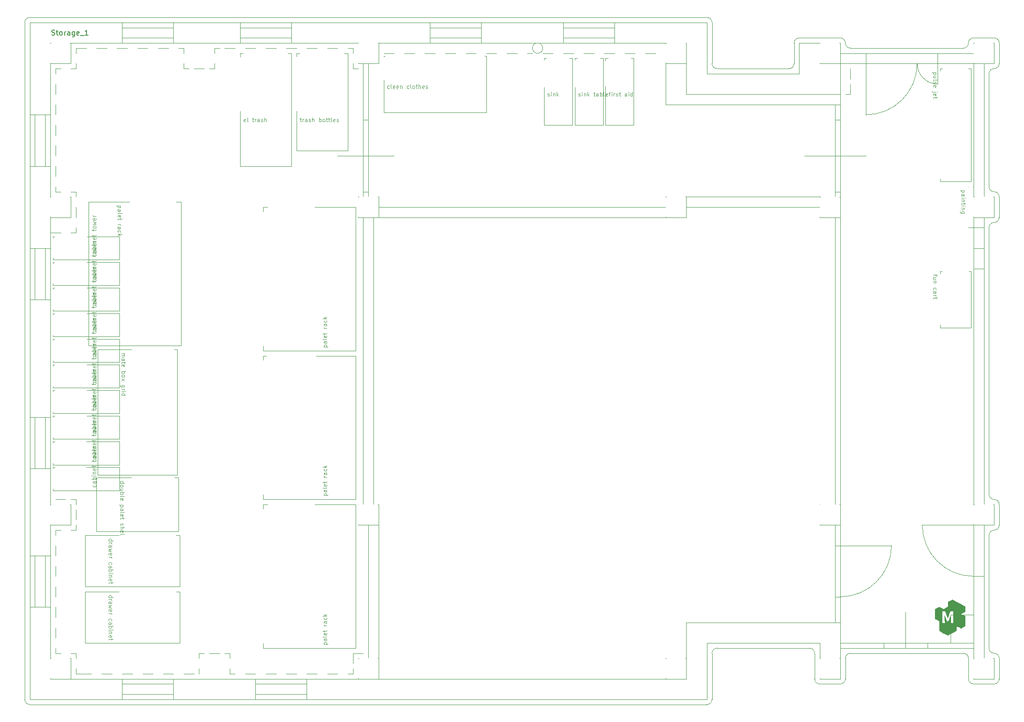
<source format=gbr>
G04 #@! TF.GenerationSoftware,KiCad,Pcbnew,6.0.10+dfsg-1~bpo11+1*
G04 #@! TF.ProjectId,storage,73746f72-6167-4652-9e6b-696361645f70,5.0*
G04 #@! TF.SameCoordinates,Original*
G04 #@! TF.FileFunction,Legend,Top*
G04 #@! TF.FilePolarity,Positive*
%FSLAX46Y46*%
G04 Gerber Fmt 4.6, Leading zero omitted, Abs format (unit mm)*
%MOMM*%
%LPD*%
G01*
G04 APERTURE LIST*
%ADD10C,0.080000*%
%ADD11C,0.150000*%
%ADD12C,0.120000*%
G04 #@! TA.AperFunction,Profile*
%ADD13C,0.120000*%
G04 #@! TD*
G04 APERTURE END LIST*
D10*
X63823809Y-72164666D02*
X63861904Y-72240857D01*
X63861904Y-72393238D01*
X63823809Y-72469428D01*
X63785714Y-72507523D01*
X63709523Y-72545619D01*
X63480952Y-72545619D01*
X63404761Y-72507523D01*
X63366666Y-72469428D01*
X63328571Y-72393238D01*
X63328571Y-72240857D01*
X63366666Y-72164666D01*
X63861904Y-71478952D02*
X63442857Y-71478952D01*
X63366666Y-71517047D01*
X63328571Y-71593238D01*
X63328571Y-71745619D01*
X63366666Y-71821809D01*
X63823809Y-71478952D02*
X63861904Y-71555142D01*
X63861904Y-71745619D01*
X63823809Y-71821809D01*
X63747619Y-71859904D01*
X63671428Y-71859904D01*
X63595238Y-71821809D01*
X63557142Y-71745619D01*
X63557142Y-71555142D01*
X63519047Y-71478952D01*
X63861904Y-71098000D02*
X63061904Y-71098000D01*
X63366666Y-71098000D02*
X63328571Y-71021809D01*
X63328571Y-70869428D01*
X63366666Y-70793238D01*
X63404761Y-70755142D01*
X63480952Y-70717047D01*
X63709523Y-70717047D01*
X63785714Y-70755142D01*
X63823809Y-70793238D01*
X63861904Y-70869428D01*
X63861904Y-71021809D01*
X63823809Y-71098000D01*
X63861904Y-70374190D02*
X63328571Y-70374190D01*
X63061904Y-70374190D02*
X63100000Y-70412285D01*
X63138095Y-70374190D01*
X63100000Y-70336095D01*
X63061904Y-70374190D01*
X63138095Y-70374190D01*
X63328571Y-69993238D02*
X63861904Y-69993238D01*
X63404761Y-69993238D02*
X63366666Y-69955142D01*
X63328571Y-69878952D01*
X63328571Y-69764666D01*
X63366666Y-69688476D01*
X63442857Y-69650380D01*
X63861904Y-69650380D01*
X63823809Y-68964666D02*
X63861904Y-69040857D01*
X63861904Y-69193238D01*
X63823809Y-69269428D01*
X63747619Y-69307523D01*
X63442857Y-69307523D01*
X63366666Y-69269428D01*
X63328571Y-69193238D01*
X63328571Y-69040857D01*
X63366666Y-68964666D01*
X63442857Y-68926571D01*
X63519047Y-68926571D01*
X63595238Y-69307523D01*
X63328571Y-68698000D02*
X63328571Y-68393238D01*
X63061904Y-68583714D02*
X63747619Y-68583714D01*
X63823809Y-68545619D01*
X63861904Y-68469428D01*
X63861904Y-68393238D01*
X63328571Y-67631333D02*
X63328571Y-67326571D01*
X63061904Y-67517047D02*
X63747619Y-67517047D01*
X63823809Y-67478952D01*
X63861904Y-67402761D01*
X63861904Y-67326571D01*
X63861904Y-66945619D02*
X63823809Y-67021809D01*
X63785714Y-67059904D01*
X63709523Y-67098000D01*
X63480952Y-67098000D01*
X63404761Y-67059904D01*
X63366666Y-67021809D01*
X63328571Y-66945619D01*
X63328571Y-66831333D01*
X63366666Y-66755142D01*
X63404761Y-66717047D01*
X63480952Y-66678952D01*
X63709523Y-66678952D01*
X63785714Y-66717047D01*
X63823809Y-66755142D01*
X63861904Y-66831333D01*
X63861904Y-66945619D01*
X63328571Y-66412285D02*
X63861904Y-66259904D01*
X63480952Y-66107523D01*
X63861904Y-65955142D01*
X63328571Y-65802761D01*
X63823809Y-65193238D02*
X63861904Y-65269428D01*
X63861904Y-65421809D01*
X63823809Y-65498000D01*
X63747619Y-65536095D01*
X63442857Y-65536095D01*
X63366666Y-65498000D01*
X63328571Y-65421809D01*
X63328571Y-65269428D01*
X63366666Y-65193238D01*
X63442857Y-65155142D01*
X63519047Y-65155142D01*
X63595238Y-65536095D01*
X63861904Y-64812285D02*
X63328571Y-64812285D01*
X63480952Y-64812285D02*
X63404761Y-64774190D01*
X63366666Y-64736095D01*
X63328571Y-64659904D01*
X63328571Y-64583714D01*
X68888095Y-91492476D02*
X69421428Y-91492476D01*
X69345238Y-91492476D02*
X69383333Y-91530571D01*
X69421428Y-91606761D01*
X69421428Y-91721047D01*
X69383333Y-91797238D01*
X69307142Y-91835333D01*
X68888095Y-91835333D01*
X69307142Y-91835333D02*
X69383333Y-91873428D01*
X69421428Y-91949619D01*
X69421428Y-92063904D01*
X69383333Y-92140095D01*
X69307142Y-92178190D01*
X68888095Y-92178190D01*
X68888095Y-92902000D02*
X69307142Y-92902000D01*
X69383333Y-92863904D01*
X69421428Y-92787714D01*
X69421428Y-92635333D01*
X69383333Y-92559142D01*
X68926190Y-92902000D02*
X68888095Y-92825809D01*
X68888095Y-92635333D01*
X68926190Y-92559142D01*
X69002380Y-92521047D01*
X69078571Y-92521047D01*
X69154761Y-92559142D01*
X69192857Y-92635333D01*
X69192857Y-92825809D01*
X69230952Y-92902000D01*
X69421428Y-93168666D02*
X69421428Y-93473428D01*
X69688095Y-93282952D02*
X69002380Y-93282952D01*
X68926190Y-93321047D01*
X68888095Y-93397238D01*
X68888095Y-93473428D01*
X68926190Y-94044857D02*
X68888095Y-93968666D01*
X68888095Y-93816285D01*
X68926190Y-93740095D01*
X69002380Y-93702000D01*
X69307142Y-93702000D01*
X69383333Y-93740095D01*
X69421428Y-93816285D01*
X69421428Y-93968666D01*
X69383333Y-94044857D01*
X69307142Y-94082952D01*
X69230952Y-94082952D01*
X69154761Y-93702000D01*
X68888095Y-95035333D02*
X69688095Y-95035333D01*
X69383333Y-95035333D02*
X69421428Y-95111523D01*
X69421428Y-95263904D01*
X69383333Y-95340095D01*
X69345238Y-95378190D01*
X69269047Y-95416285D01*
X69040476Y-95416285D01*
X68964285Y-95378190D01*
X68926190Y-95340095D01*
X68888095Y-95263904D01*
X68888095Y-95111523D01*
X68926190Y-95035333D01*
X68888095Y-95873428D02*
X68926190Y-95797238D01*
X68964285Y-95759142D01*
X69040476Y-95721047D01*
X69269047Y-95721047D01*
X69345238Y-95759142D01*
X69383333Y-95797238D01*
X69421428Y-95873428D01*
X69421428Y-95987714D01*
X69383333Y-96063904D01*
X69345238Y-96102000D01*
X69269047Y-96140095D01*
X69040476Y-96140095D01*
X68964285Y-96102000D01*
X68926190Y-96063904D01*
X68888095Y-95987714D01*
X68888095Y-95873428D01*
X68888095Y-96406761D02*
X69421428Y-96825809D01*
X69421428Y-96406761D02*
X68888095Y-96825809D01*
X69421428Y-98082952D02*
X68773809Y-98082952D01*
X68697619Y-98044857D01*
X68659523Y-98006761D01*
X68621428Y-97930571D01*
X68621428Y-97816285D01*
X68659523Y-97740095D01*
X68926190Y-98082952D02*
X68888095Y-98006761D01*
X68888095Y-97854380D01*
X68926190Y-97778190D01*
X68964285Y-97740095D01*
X69040476Y-97702000D01*
X69269047Y-97702000D01*
X69345238Y-97740095D01*
X69383333Y-97778190D01*
X69421428Y-97854380D01*
X69421428Y-98006761D01*
X69383333Y-98082952D01*
X68888095Y-98463904D02*
X69421428Y-98463904D01*
X69269047Y-98463904D02*
X69345238Y-98502000D01*
X69383333Y-98540095D01*
X69421428Y-98616285D01*
X69421428Y-98692476D01*
X68888095Y-98959142D02*
X69421428Y-98959142D01*
X69688095Y-98959142D02*
X69650000Y-98921047D01*
X69611904Y-98959142D01*
X69650000Y-98997238D01*
X69688095Y-98959142D01*
X69611904Y-98959142D01*
X68888095Y-99682952D02*
X69688095Y-99682952D01*
X68926190Y-99682952D02*
X68888095Y-99606761D01*
X68888095Y-99454380D01*
X68926190Y-99378190D01*
X68964285Y-99340095D01*
X69040476Y-99302000D01*
X69269047Y-99302000D01*
X69345238Y-99340095D01*
X69383333Y-99378190D01*
X69421428Y-99454380D01*
X69421428Y-99606761D01*
X69383333Y-99682952D01*
D11*
X55287976Y-29404761D02*
X55430833Y-29452380D01*
X55668928Y-29452380D01*
X55764166Y-29404761D01*
X55811785Y-29357142D01*
X55859404Y-29261904D01*
X55859404Y-29166666D01*
X55811785Y-29071428D01*
X55764166Y-29023809D01*
X55668928Y-28976190D01*
X55478452Y-28928571D01*
X55383214Y-28880952D01*
X55335595Y-28833333D01*
X55287976Y-28738095D01*
X55287976Y-28642857D01*
X55335595Y-28547619D01*
X55383214Y-28500000D01*
X55478452Y-28452380D01*
X55716547Y-28452380D01*
X55859404Y-28500000D01*
X56145119Y-28785714D02*
X56526071Y-28785714D01*
X56287976Y-28452380D02*
X56287976Y-29309523D01*
X56335595Y-29404761D01*
X56430833Y-29452380D01*
X56526071Y-29452380D01*
X57002261Y-29452380D02*
X56907023Y-29404761D01*
X56859404Y-29357142D01*
X56811785Y-29261904D01*
X56811785Y-28976190D01*
X56859404Y-28880952D01*
X56907023Y-28833333D01*
X57002261Y-28785714D01*
X57145119Y-28785714D01*
X57240357Y-28833333D01*
X57287976Y-28880952D01*
X57335595Y-28976190D01*
X57335595Y-29261904D01*
X57287976Y-29357142D01*
X57240357Y-29404761D01*
X57145119Y-29452380D01*
X57002261Y-29452380D01*
X57764166Y-29452380D02*
X57764166Y-28785714D01*
X57764166Y-28976190D02*
X57811785Y-28880952D01*
X57859404Y-28833333D01*
X57954642Y-28785714D01*
X58049880Y-28785714D01*
X58811785Y-29452380D02*
X58811785Y-28928571D01*
X58764166Y-28833333D01*
X58668928Y-28785714D01*
X58478452Y-28785714D01*
X58383214Y-28833333D01*
X58811785Y-29404761D02*
X58716547Y-29452380D01*
X58478452Y-29452380D01*
X58383214Y-29404761D01*
X58335595Y-29309523D01*
X58335595Y-29214285D01*
X58383214Y-29119047D01*
X58478452Y-29071428D01*
X58716547Y-29071428D01*
X58811785Y-29023809D01*
X59716547Y-28785714D02*
X59716547Y-29595238D01*
X59668928Y-29690476D01*
X59621309Y-29738095D01*
X59526071Y-29785714D01*
X59383214Y-29785714D01*
X59287976Y-29738095D01*
X59716547Y-29404761D02*
X59621309Y-29452380D01*
X59430833Y-29452380D01*
X59335595Y-29404761D01*
X59287976Y-29357142D01*
X59240357Y-29261904D01*
X59240357Y-28976190D01*
X59287976Y-28880952D01*
X59335595Y-28833333D01*
X59430833Y-28785714D01*
X59621309Y-28785714D01*
X59716547Y-28833333D01*
X60573690Y-29404761D02*
X60478452Y-29452380D01*
X60287976Y-29452380D01*
X60192738Y-29404761D01*
X60145119Y-29309523D01*
X60145119Y-28928571D01*
X60192738Y-28833333D01*
X60287976Y-28785714D01*
X60478452Y-28785714D01*
X60573690Y-28833333D01*
X60621309Y-28928571D01*
X60621309Y-29023809D01*
X60145119Y-29119047D01*
X60811785Y-29547619D02*
X61573690Y-29547619D01*
X62335595Y-29452380D02*
X61764166Y-29452380D01*
X62049880Y-29452380D02*
X62049880Y-28452380D01*
X61954642Y-28595238D01*
X61859404Y-28690476D01*
X61764166Y-28738095D01*
D10*
X227671428Y-76128190D02*
X227671428Y-76432952D01*
X227138095Y-76242476D02*
X227823809Y-76242476D01*
X227900000Y-76280571D01*
X227938095Y-76356761D01*
X227938095Y-76432952D01*
X227671428Y-77042476D02*
X227138095Y-77042476D01*
X227671428Y-76699619D02*
X227252380Y-76699619D01*
X227176190Y-76737714D01*
X227138095Y-76813904D01*
X227138095Y-76928190D01*
X227176190Y-77004380D01*
X227214285Y-77042476D01*
X227671428Y-77423428D02*
X227138095Y-77423428D01*
X227595238Y-77423428D02*
X227633333Y-77461523D01*
X227671428Y-77537714D01*
X227671428Y-77652000D01*
X227633333Y-77728190D01*
X227557142Y-77766285D01*
X227138095Y-77766285D01*
X227176190Y-79099619D02*
X227138095Y-79023428D01*
X227138095Y-78871047D01*
X227176190Y-78794857D01*
X227214285Y-78756761D01*
X227290476Y-78718666D01*
X227519047Y-78718666D01*
X227595238Y-78756761D01*
X227633333Y-78794857D01*
X227671428Y-78871047D01*
X227671428Y-79023428D01*
X227633333Y-79099619D01*
X227138095Y-79785333D02*
X227557142Y-79785333D01*
X227633333Y-79747238D01*
X227671428Y-79671047D01*
X227671428Y-79518666D01*
X227633333Y-79442476D01*
X227176190Y-79785333D02*
X227138095Y-79709142D01*
X227138095Y-79518666D01*
X227176190Y-79442476D01*
X227252380Y-79404380D01*
X227328571Y-79404380D01*
X227404761Y-79442476D01*
X227442857Y-79518666D01*
X227442857Y-79709142D01*
X227480952Y-79785333D01*
X227138095Y-80166285D02*
X227671428Y-80166285D01*
X227519047Y-80166285D02*
X227595238Y-80204380D01*
X227633333Y-80242476D01*
X227671428Y-80318666D01*
X227671428Y-80394857D01*
X227671428Y-80547238D02*
X227671428Y-80852000D01*
X227938095Y-80661523D02*
X227252380Y-80661523D01*
X227176190Y-80699619D01*
X227138095Y-80775809D01*
X227138095Y-80852000D01*
X151954380Y-41323809D02*
X152030571Y-41361904D01*
X152182952Y-41361904D01*
X152259142Y-41323809D01*
X152297238Y-41247619D01*
X152297238Y-41209523D01*
X152259142Y-41133333D01*
X152182952Y-41095238D01*
X152068666Y-41095238D01*
X151992476Y-41057142D01*
X151954380Y-40980952D01*
X151954380Y-40942857D01*
X151992476Y-40866666D01*
X152068666Y-40828571D01*
X152182952Y-40828571D01*
X152259142Y-40866666D01*
X152640095Y-41361904D02*
X152640095Y-40828571D01*
X152640095Y-40561904D02*
X152602000Y-40600000D01*
X152640095Y-40638095D01*
X152678190Y-40600000D01*
X152640095Y-40561904D01*
X152640095Y-40638095D01*
X153021047Y-40828571D02*
X153021047Y-41361904D01*
X153021047Y-40904761D02*
X153059142Y-40866666D01*
X153135333Y-40828571D01*
X153249619Y-40828571D01*
X153325809Y-40866666D01*
X153363904Y-40942857D01*
X153363904Y-41361904D01*
X153744857Y-41361904D02*
X153744857Y-40561904D01*
X153821047Y-41057142D02*
X154049619Y-41361904D01*
X154049619Y-40828571D02*
X153744857Y-41133333D01*
X66388095Y-128085333D02*
X67188095Y-128085333D01*
X66426190Y-128085333D02*
X66388095Y-128009142D01*
X66388095Y-127856761D01*
X66426190Y-127780571D01*
X66464285Y-127742476D01*
X66540476Y-127704380D01*
X66769047Y-127704380D01*
X66845238Y-127742476D01*
X66883333Y-127780571D01*
X66921428Y-127856761D01*
X66921428Y-128009142D01*
X66883333Y-128085333D01*
X66388095Y-128466285D02*
X66921428Y-128466285D01*
X66769047Y-128466285D02*
X66845238Y-128504380D01*
X66883333Y-128542476D01*
X66921428Y-128618666D01*
X66921428Y-128694857D01*
X66388095Y-129304380D02*
X66807142Y-129304380D01*
X66883333Y-129266285D01*
X66921428Y-129190095D01*
X66921428Y-129037714D01*
X66883333Y-128961523D01*
X66426190Y-129304380D02*
X66388095Y-129228190D01*
X66388095Y-129037714D01*
X66426190Y-128961523D01*
X66502380Y-128923428D01*
X66578571Y-128923428D01*
X66654761Y-128961523D01*
X66692857Y-129037714D01*
X66692857Y-129228190D01*
X66730952Y-129304380D01*
X66921428Y-129609142D02*
X66388095Y-129761523D01*
X66769047Y-129913904D01*
X66388095Y-130066285D01*
X66921428Y-130218666D01*
X66426190Y-130828190D02*
X66388095Y-130752000D01*
X66388095Y-130599619D01*
X66426190Y-130523428D01*
X66502380Y-130485333D01*
X66807142Y-130485333D01*
X66883333Y-130523428D01*
X66921428Y-130599619D01*
X66921428Y-130752000D01*
X66883333Y-130828190D01*
X66807142Y-130866285D01*
X66730952Y-130866285D01*
X66654761Y-130485333D01*
X66388095Y-131209142D02*
X66921428Y-131209142D01*
X66769047Y-131209142D02*
X66845238Y-131247238D01*
X66883333Y-131285333D01*
X66921428Y-131361523D01*
X66921428Y-131437714D01*
X66426190Y-132656761D02*
X66388095Y-132580571D01*
X66388095Y-132428190D01*
X66426190Y-132352000D01*
X66464285Y-132313904D01*
X66540476Y-132275809D01*
X66769047Y-132275809D01*
X66845238Y-132313904D01*
X66883333Y-132352000D01*
X66921428Y-132428190D01*
X66921428Y-132580571D01*
X66883333Y-132656761D01*
X66388095Y-133342476D02*
X66807142Y-133342476D01*
X66883333Y-133304380D01*
X66921428Y-133228190D01*
X66921428Y-133075809D01*
X66883333Y-132999619D01*
X66426190Y-133342476D02*
X66388095Y-133266285D01*
X66388095Y-133075809D01*
X66426190Y-132999619D01*
X66502380Y-132961523D01*
X66578571Y-132961523D01*
X66654761Y-132999619D01*
X66692857Y-133075809D01*
X66692857Y-133266285D01*
X66730952Y-133342476D01*
X66388095Y-133723428D02*
X67188095Y-133723428D01*
X66883333Y-133723428D02*
X66921428Y-133799619D01*
X66921428Y-133952000D01*
X66883333Y-134028190D01*
X66845238Y-134066285D01*
X66769047Y-134104380D01*
X66540476Y-134104380D01*
X66464285Y-134066285D01*
X66426190Y-134028190D01*
X66388095Y-133952000D01*
X66388095Y-133799619D01*
X66426190Y-133723428D01*
X66388095Y-134447238D02*
X66921428Y-134447238D01*
X67188095Y-134447238D02*
X67150000Y-134409142D01*
X67111904Y-134447238D01*
X67150000Y-134485333D01*
X67188095Y-134447238D01*
X67111904Y-134447238D01*
X66921428Y-134828190D02*
X66388095Y-134828190D01*
X66845238Y-134828190D02*
X66883333Y-134866285D01*
X66921428Y-134942476D01*
X66921428Y-135056761D01*
X66883333Y-135132952D01*
X66807142Y-135171047D01*
X66388095Y-135171047D01*
X66426190Y-135856761D02*
X66388095Y-135780571D01*
X66388095Y-135628190D01*
X66426190Y-135552000D01*
X66502380Y-135513904D01*
X66807142Y-135513904D01*
X66883333Y-135552000D01*
X66921428Y-135628190D01*
X66921428Y-135780571D01*
X66883333Y-135856761D01*
X66807142Y-135894857D01*
X66730952Y-135894857D01*
X66654761Y-135513904D01*
X66921428Y-136123428D02*
X66921428Y-136428190D01*
X67188095Y-136237714D02*
X66502380Y-136237714D01*
X66426190Y-136275809D01*
X66388095Y-136352000D01*
X66388095Y-136428190D01*
X63823809Y-97164666D02*
X63861904Y-97240857D01*
X63861904Y-97393238D01*
X63823809Y-97469428D01*
X63785714Y-97507523D01*
X63709523Y-97545619D01*
X63480952Y-97545619D01*
X63404761Y-97507523D01*
X63366666Y-97469428D01*
X63328571Y-97393238D01*
X63328571Y-97240857D01*
X63366666Y-97164666D01*
X63861904Y-96478952D02*
X63442857Y-96478952D01*
X63366666Y-96517047D01*
X63328571Y-96593238D01*
X63328571Y-96745619D01*
X63366666Y-96821809D01*
X63823809Y-96478952D02*
X63861904Y-96555142D01*
X63861904Y-96745619D01*
X63823809Y-96821809D01*
X63747619Y-96859904D01*
X63671428Y-96859904D01*
X63595238Y-96821809D01*
X63557142Y-96745619D01*
X63557142Y-96555142D01*
X63519047Y-96478952D01*
X63861904Y-96098000D02*
X63061904Y-96098000D01*
X63366666Y-96098000D02*
X63328571Y-96021809D01*
X63328571Y-95869428D01*
X63366666Y-95793238D01*
X63404761Y-95755142D01*
X63480952Y-95717047D01*
X63709523Y-95717047D01*
X63785714Y-95755142D01*
X63823809Y-95793238D01*
X63861904Y-95869428D01*
X63861904Y-96021809D01*
X63823809Y-96098000D01*
X63861904Y-95374190D02*
X63328571Y-95374190D01*
X63061904Y-95374190D02*
X63100000Y-95412285D01*
X63138095Y-95374190D01*
X63100000Y-95336095D01*
X63061904Y-95374190D01*
X63138095Y-95374190D01*
X63328571Y-94993238D02*
X63861904Y-94993238D01*
X63404761Y-94993238D02*
X63366666Y-94955142D01*
X63328571Y-94878952D01*
X63328571Y-94764666D01*
X63366666Y-94688476D01*
X63442857Y-94650380D01*
X63861904Y-94650380D01*
X63823809Y-93964666D02*
X63861904Y-94040857D01*
X63861904Y-94193238D01*
X63823809Y-94269428D01*
X63747619Y-94307523D01*
X63442857Y-94307523D01*
X63366666Y-94269428D01*
X63328571Y-94193238D01*
X63328571Y-94040857D01*
X63366666Y-93964666D01*
X63442857Y-93926571D01*
X63519047Y-93926571D01*
X63595238Y-94307523D01*
X63328571Y-93698000D02*
X63328571Y-93393238D01*
X63061904Y-93583714D02*
X63747619Y-93583714D01*
X63823809Y-93545619D01*
X63861904Y-93469428D01*
X63861904Y-93393238D01*
X63328571Y-92631333D02*
X63328571Y-92326571D01*
X63061904Y-92517047D02*
X63747619Y-92517047D01*
X63823809Y-92478952D01*
X63861904Y-92402761D01*
X63861904Y-92326571D01*
X63861904Y-91945619D02*
X63823809Y-92021809D01*
X63785714Y-92059904D01*
X63709523Y-92098000D01*
X63480952Y-92098000D01*
X63404761Y-92059904D01*
X63366666Y-92021809D01*
X63328571Y-91945619D01*
X63328571Y-91831333D01*
X63366666Y-91755142D01*
X63404761Y-91717047D01*
X63480952Y-91678952D01*
X63709523Y-91678952D01*
X63785714Y-91717047D01*
X63823809Y-91755142D01*
X63861904Y-91831333D01*
X63861904Y-91945619D01*
X63328571Y-91412285D02*
X63861904Y-91259904D01*
X63480952Y-91107523D01*
X63861904Y-90955142D01*
X63328571Y-90802761D01*
X63823809Y-90193238D02*
X63861904Y-90269428D01*
X63861904Y-90421809D01*
X63823809Y-90498000D01*
X63747619Y-90536095D01*
X63442857Y-90536095D01*
X63366666Y-90498000D01*
X63328571Y-90421809D01*
X63328571Y-90269428D01*
X63366666Y-90193238D01*
X63442857Y-90155142D01*
X63519047Y-90155142D01*
X63595238Y-90536095D01*
X63861904Y-89812285D02*
X63328571Y-89812285D01*
X63480952Y-89812285D02*
X63404761Y-89774190D01*
X63366666Y-89736095D01*
X63328571Y-89659904D01*
X63328571Y-89583714D01*
X63823809Y-77164666D02*
X63861904Y-77240857D01*
X63861904Y-77393238D01*
X63823809Y-77469428D01*
X63785714Y-77507523D01*
X63709523Y-77545619D01*
X63480952Y-77545619D01*
X63404761Y-77507523D01*
X63366666Y-77469428D01*
X63328571Y-77393238D01*
X63328571Y-77240857D01*
X63366666Y-77164666D01*
X63861904Y-76478952D02*
X63442857Y-76478952D01*
X63366666Y-76517047D01*
X63328571Y-76593238D01*
X63328571Y-76745619D01*
X63366666Y-76821809D01*
X63823809Y-76478952D02*
X63861904Y-76555142D01*
X63861904Y-76745619D01*
X63823809Y-76821809D01*
X63747619Y-76859904D01*
X63671428Y-76859904D01*
X63595238Y-76821809D01*
X63557142Y-76745619D01*
X63557142Y-76555142D01*
X63519047Y-76478952D01*
X63861904Y-76098000D02*
X63061904Y-76098000D01*
X63366666Y-76098000D02*
X63328571Y-76021809D01*
X63328571Y-75869428D01*
X63366666Y-75793238D01*
X63404761Y-75755142D01*
X63480952Y-75717047D01*
X63709523Y-75717047D01*
X63785714Y-75755142D01*
X63823809Y-75793238D01*
X63861904Y-75869428D01*
X63861904Y-76021809D01*
X63823809Y-76098000D01*
X63861904Y-75374190D02*
X63328571Y-75374190D01*
X63061904Y-75374190D02*
X63100000Y-75412285D01*
X63138095Y-75374190D01*
X63100000Y-75336095D01*
X63061904Y-75374190D01*
X63138095Y-75374190D01*
X63328571Y-74993238D02*
X63861904Y-74993238D01*
X63404761Y-74993238D02*
X63366666Y-74955142D01*
X63328571Y-74878952D01*
X63328571Y-74764666D01*
X63366666Y-74688476D01*
X63442857Y-74650380D01*
X63861904Y-74650380D01*
X63823809Y-73964666D02*
X63861904Y-74040857D01*
X63861904Y-74193238D01*
X63823809Y-74269428D01*
X63747619Y-74307523D01*
X63442857Y-74307523D01*
X63366666Y-74269428D01*
X63328571Y-74193238D01*
X63328571Y-74040857D01*
X63366666Y-73964666D01*
X63442857Y-73926571D01*
X63519047Y-73926571D01*
X63595238Y-74307523D01*
X63328571Y-73698000D02*
X63328571Y-73393238D01*
X63061904Y-73583714D02*
X63747619Y-73583714D01*
X63823809Y-73545619D01*
X63861904Y-73469428D01*
X63861904Y-73393238D01*
X63328571Y-72631333D02*
X63328571Y-72326571D01*
X63061904Y-72517047D02*
X63747619Y-72517047D01*
X63823809Y-72478952D01*
X63861904Y-72402761D01*
X63861904Y-72326571D01*
X63861904Y-71945619D02*
X63823809Y-72021809D01*
X63785714Y-72059904D01*
X63709523Y-72098000D01*
X63480952Y-72098000D01*
X63404761Y-72059904D01*
X63366666Y-72021809D01*
X63328571Y-71945619D01*
X63328571Y-71831333D01*
X63366666Y-71755142D01*
X63404761Y-71717047D01*
X63480952Y-71678952D01*
X63709523Y-71678952D01*
X63785714Y-71717047D01*
X63823809Y-71755142D01*
X63861904Y-71831333D01*
X63861904Y-71945619D01*
X63328571Y-71412285D02*
X63861904Y-71259904D01*
X63480952Y-71107523D01*
X63861904Y-70955142D01*
X63328571Y-70802761D01*
X63823809Y-70193238D02*
X63861904Y-70269428D01*
X63861904Y-70421809D01*
X63823809Y-70498000D01*
X63747619Y-70536095D01*
X63442857Y-70536095D01*
X63366666Y-70498000D01*
X63328571Y-70421809D01*
X63328571Y-70269428D01*
X63366666Y-70193238D01*
X63442857Y-70155142D01*
X63519047Y-70155142D01*
X63595238Y-70536095D01*
X63861904Y-69812285D02*
X63328571Y-69812285D01*
X63480952Y-69812285D02*
X63404761Y-69774190D01*
X63366666Y-69736095D01*
X63328571Y-69659904D01*
X63328571Y-69583714D01*
X233171428Y-59742476D02*
X232371428Y-59742476D01*
X233133333Y-59742476D02*
X233171428Y-59818666D01*
X233171428Y-59971047D01*
X233133333Y-60047238D01*
X233095238Y-60085333D01*
X233019047Y-60123428D01*
X232790476Y-60123428D01*
X232714285Y-60085333D01*
X232676190Y-60047238D01*
X232638095Y-59971047D01*
X232638095Y-59818666D01*
X232676190Y-59742476D01*
X232638095Y-60809142D02*
X233057142Y-60809142D01*
X233133333Y-60771047D01*
X233171428Y-60694857D01*
X233171428Y-60542476D01*
X233133333Y-60466285D01*
X232676190Y-60809142D02*
X232638095Y-60732952D01*
X232638095Y-60542476D01*
X232676190Y-60466285D01*
X232752380Y-60428190D01*
X232828571Y-60428190D01*
X232904761Y-60466285D01*
X232942857Y-60542476D01*
X232942857Y-60732952D01*
X232980952Y-60809142D01*
X232638095Y-61190095D02*
X233171428Y-61190095D01*
X233438095Y-61190095D02*
X233400000Y-61152000D01*
X233361904Y-61190095D01*
X233400000Y-61228190D01*
X233438095Y-61190095D01*
X233361904Y-61190095D01*
X233171428Y-61571047D02*
X232638095Y-61571047D01*
X233095238Y-61571047D02*
X233133333Y-61609142D01*
X233171428Y-61685333D01*
X233171428Y-61799619D01*
X233133333Y-61875809D01*
X233057142Y-61913904D01*
X232638095Y-61913904D01*
X233171428Y-62180571D02*
X233171428Y-62485333D01*
X233438095Y-62294857D02*
X232752380Y-62294857D01*
X232676190Y-62332952D01*
X232638095Y-62409142D01*
X232638095Y-62485333D01*
X232638095Y-62752000D02*
X233171428Y-62752000D01*
X233438095Y-62752000D02*
X233400000Y-62713904D01*
X233361904Y-62752000D01*
X233400000Y-62790095D01*
X233438095Y-62752000D01*
X233361904Y-62752000D01*
X233171428Y-63132952D02*
X232638095Y-63132952D01*
X233095238Y-63132952D02*
X233133333Y-63171047D01*
X233171428Y-63247238D01*
X233171428Y-63361523D01*
X233133333Y-63437714D01*
X233057142Y-63475809D01*
X232638095Y-63475809D01*
X233171428Y-64199619D02*
X232523809Y-64199619D01*
X232447619Y-64161523D01*
X232409523Y-64123428D01*
X232371428Y-64047238D01*
X232371428Y-63932952D01*
X232409523Y-63856761D01*
X232676190Y-64199619D02*
X232638095Y-64123428D01*
X232638095Y-63971047D01*
X232676190Y-63894857D01*
X232714285Y-63856761D01*
X232790476Y-63818666D01*
X233019047Y-63818666D01*
X233095238Y-63856761D01*
X233133333Y-63894857D01*
X233171428Y-63971047D01*
X233171428Y-64123428D01*
X233133333Y-64199619D01*
X93047238Y-46323809D02*
X92971047Y-46361904D01*
X92818666Y-46361904D01*
X92742476Y-46323809D01*
X92704380Y-46247619D01*
X92704380Y-45942857D01*
X92742476Y-45866666D01*
X92818666Y-45828571D01*
X92971047Y-45828571D01*
X93047238Y-45866666D01*
X93085333Y-45942857D01*
X93085333Y-46019047D01*
X92704380Y-46095238D01*
X93542476Y-46361904D02*
X93466285Y-46323809D01*
X93428190Y-46247619D01*
X93428190Y-45561904D01*
X94342476Y-45828571D02*
X94647238Y-45828571D01*
X94456761Y-45561904D02*
X94456761Y-46247619D01*
X94494857Y-46323809D01*
X94571047Y-46361904D01*
X94647238Y-46361904D01*
X94913904Y-46361904D02*
X94913904Y-45828571D01*
X94913904Y-45980952D02*
X94952000Y-45904761D01*
X94990095Y-45866666D01*
X95066285Y-45828571D01*
X95142476Y-45828571D01*
X95752000Y-46361904D02*
X95752000Y-45942857D01*
X95713904Y-45866666D01*
X95637714Y-45828571D01*
X95485333Y-45828571D01*
X95409142Y-45866666D01*
X95752000Y-46323809D02*
X95675809Y-46361904D01*
X95485333Y-46361904D01*
X95409142Y-46323809D01*
X95371047Y-46247619D01*
X95371047Y-46171428D01*
X95409142Y-46095238D01*
X95485333Y-46057142D01*
X95675809Y-46057142D01*
X95752000Y-46019047D01*
X96094857Y-46323809D02*
X96171047Y-46361904D01*
X96323428Y-46361904D01*
X96399619Y-46323809D01*
X96437714Y-46247619D01*
X96437714Y-46209523D01*
X96399619Y-46133333D01*
X96323428Y-46095238D01*
X96209142Y-46095238D01*
X96132952Y-46057142D01*
X96094857Y-45980952D01*
X96094857Y-45942857D01*
X96132952Y-45866666D01*
X96209142Y-45828571D01*
X96323428Y-45828571D01*
X96399619Y-45866666D01*
X96780571Y-46361904D02*
X96780571Y-45561904D01*
X97123428Y-46361904D02*
X97123428Y-45942857D01*
X97085333Y-45866666D01*
X97009142Y-45828571D01*
X96894857Y-45828571D01*
X96818666Y-45866666D01*
X96780571Y-45904761D01*
X66388095Y-139085333D02*
X67188095Y-139085333D01*
X66426190Y-139085333D02*
X66388095Y-139009142D01*
X66388095Y-138856761D01*
X66426190Y-138780571D01*
X66464285Y-138742476D01*
X66540476Y-138704380D01*
X66769047Y-138704380D01*
X66845238Y-138742476D01*
X66883333Y-138780571D01*
X66921428Y-138856761D01*
X66921428Y-139009142D01*
X66883333Y-139085333D01*
X66388095Y-139466285D02*
X66921428Y-139466285D01*
X66769047Y-139466285D02*
X66845238Y-139504380D01*
X66883333Y-139542476D01*
X66921428Y-139618666D01*
X66921428Y-139694857D01*
X66388095Y-140304380D02*
X66807142Y-140304380D01*
X66883333Y-140266285D01*
X66921428Y-140190095D01*
X66921428Y-140037714D01*
X66883333Y-139961523D01*
X66426190Y-140304380D02*
X66388095Y-140228190D01*
X66388095Y-140037714D01*
X66426190Y-139961523D01*
X66502380Y-139923428D01*
X66578571Y-139923428D01*
X66654761Y-139961523D01*
X66692857Y-140037714D01*
X66692857Y-140228190D01*
X66730952Y-140304380D01*
X66921428Y-140609142D02*
X66388095Y-140761523D01*
X66769047Y-140913904D01*
X66388095Y-141066285D01*
X66921428Y-141218666D01*
X66426190Y-141828190D02*
X66388095Y-141752000D01*
X66388095Y-141599619D01*
X66426190Y-141523428D01*
X66502380Y-141485333D01*
X66807142Y-141485333D01*
X66883333Y-141523428D01*
X66921428Y-141599619D01*
X66921428Y-141752000D01*
X66883333Y-141828190D01*
X66807142Y-141866285D01*
X66730952Y-141866285D01*
X66654761Y-141485333D01*
X66388095Y-142209142D02*
X66921428Y-142209142D01*
X66769047Y-142209142D02*
X66845238Y-142247238D01*
X66883333Y-142285333D01*
X66921428Y-142361523D01*
X66921428Y-142437714D01*
X66426190Y-143656761D02*
X66388095Y-143580571D01*
X66388095Y-143428190D01*
X66426190Y-143352000D01*
X66464285Y-143313904D01*
X66540476Y-143275809D01*
X66769047Y-143275809D01*
X66845238Y-143313904D01*
X66883333Y-143352000D01*
X66921428Y-143428190D01*
X66921428Y-143580571D01*
X66883333Y-143656761D01*
X66388095Y-144342476D02*
X66807142Y-144342476D01*
X66883333Y-144304380D01*
X66921428Y-144228190D01*
X66921428Y-144075809D01*
X66883333Y-143999619D01*
X66426190Y-144342476D02*
X66388095Y-144266285D01*
X66388095Y-144075809D01*
X66426190Y-143999619D01*
X66502380Y-143961523D01*
X66578571Y-143961523D01*
X66654761Y-143999619D01*
X66692857Y-144075809D01*
X66692857Y-144266285D01*
X66730952Y-144342476D01*
X66388095Y-144723428D02*
X67188095Y-144723428D01*
X66883333Y-144723428D02*
X66921428Y-144799619D01*
X66921428Y-144952000D01*
X66883333Y-145028190D01*
X66845238Y-145066285D01*
X66769047Y-145104380D01*
X66540476Y-145104380D01*
X66464285Y-145066285D01*
X66426190Y-145028190D01*
X66388095Y-144952000D01*
X66388095Y-144799619D01*
X66426190Y-144723428D01*
X66388095Y-145447238D02*
X66921428Y-145447238D01*
X67188095Y-145447238D02*
X67150000Y-145409142D01*
X67111904Y-145447238D01*
X67150000Y-145485333D01*
X67188095Y-145447238D01*
X67111904Y-145447238D01*
X66921428Y-145828190D02*
X66388095Y-145828190D01*
X66845238Y-145828190D02*
X66883333Y-145866285D01*
X66921428Y-145942476D01*
X66921428Y-146056761D01*
X66883333Y-146132952D01*
X66807142Y-146171047D01*
X66388095Y-146171047D01*
X66426190Y-146856761D02*
X66388095Y-146780571D01*
X66388095Y-146628190D01*
X66426190Y-146552000D01*
X66502380Y-146513904D01*
X66807142Y-146513904D01*
X66883333Y-146552000D01*
X66921428Y-146628190D01*
X66921428Y-146780571D01*
X66883333Y-146856761D01*
X66807142Y-146894857D01*
X66730952Y-146894857D01*
X66654761Y-146513904D01*
X66921428Y-147123428D02*
X66921428Y-147428190D01*
X67188095Y-147237714D02*
X66502380Y-147237714D01*
X66426190Y-147275809D01*
X66388095Y-147352000D01*
X66388095Y-147428190D01*
X63823809Y-117164666D02*
X63861904Y-117240857D01*
X63861904Y-117393238D01*
X63823809Y-117469428D01*
X63785714Y-117507523D01*
X63709523Y-117545619D01*
X63480952Y-117545619D01*
X63404761Y-117507523D01*
X63366666Y-117469428D01*
X63328571Y-117393238D01*
X63328571Y-117240857D01*
X63366666Y-117164666D01*
X63861904Y-116478952D02*
X63442857Y-116478952D01*
X63366666Y-116517047D01*
X63328571Y-116593238D01*
X63328571Y-116745619D01*
X63366666Y-116821809D01*
X63823809Y-116478952D02*
X63861904Y-116555142D01*
X63861904Y-116745619D01*
X63823809Y-116821809D01*
X63747619Y-116859904D01*
X63671428Y-116859904D01*
X63595238Y-116821809D01*
X63557142Y-116745619D01*
X63557142Y-116555142D01*
X63519047Y-116478952D01*
X63861904Y-116098000D02*
X63061904Y-116098000D01*
X63366666Y-116098000D02*
X63328571Y-116021809D01*
X63328571Y-115869428D01*
X63366666Y-115793238D01*
X63404761Y-115755142D01*
X63480952Y-115717047D01*
X63709523Y-115717047D01*
X63785714Y-115755142D01*
X63823809Y-115793238D01*
X63861904Y-115869428D01*
X63861904Y-116021809D01*
X63823809Y-116098000D01*
X63861904Y-115374190D02*
X63328571Y-115374190D01*
X63061904Y-115374190D02*
X63100000Y-115412285D01*
X63138095Y-115374190D01*
X63100000Y-115336095D01*
X63061904Y-115374190D01*
X63138095Y-115374190D01*
X63328571Y-114993238D02*
X63861904Y-114993238D01*
X63404761Y-114993238D02*
X63366666Y-114955142D01*
X63328571Y-114878952D01*
X63328571Y-114764666D01*
X63366666Y-114688476D01*
X63442857Y-114650380D01*
X63861904Y-114650380D01*
X63823809Y-113964666D02*
X63861904Y-114040857D01*
X63861904Y-114193238D01*
X63823809Y-114269428D01*
X63747619Y-114307523D01*
X63442857Y-114307523D01*
X63366666Y-114269428D01*
X63328571Y-114193238D01*
X63328571Y-114040857D01*
X63366666Y-113964666D01*
X63442857Y-113926571D01*
X63519047Y-113926571D01*
X63595238Y-114307523D01*
X63328571Y-113698000D02*
X63328571Y-113393238D01*
X63061904Y-113583714D02*
X63747619Y-113583714D01*
X63823809Y-113545619D01*
X63861904Y-113469428D01*
X63861904Y-113393238D01*
X63328571Y-112631333D02*
X63328571Y-112326571D01*
X63061904Y-112517047D02*
X63747619Y-112517047D01*
X63823809Y-112478952D01*
X63861904Y-112402761D01*
X63861904Y-112326571D01*
X63861904Y-111945619D02*
X63823809Y-112021809D01*
X63785714Y-112059904D01*
X63709523Y-112098000D01*
X63480952Y-112098000D01*
X63404761Y-112059904D01*
X63366666Y-112021809D01*
X63328571Y-111945619D01*
X63328571Y-111831333D01*
X63366666Y-111755142D01*
X63404761Y-111717047D01*
X63480952Y-111678952D01*
X63709523Y-111678952D01*
X63785714Y-111717047D01*
X63823809Y-111755142D01*
X63861904Y-111831333D01*
X63861904Y-111945619D01*
X63328571Y-111412285D02*
X63861904Y-111259904D01*
X63480952Y-111107523D01*
X63861904Y-110955142D01*
X63328571Y-110802761D01*
X63823809Y-110193238D02*
X63861904Y-110269428D01*
X63861904Y-110421809D01*
X63823809Y-110498000D01*
X63747619Y-110536095D01*
X63442857Y-110536095D01*
X63366666Y-110498000D01*
X63328571Y-110421809D01*
X63328571Y-110269428D01*
X63366666Y-110193238D01*
X63442857Y-110155142D01*
X63519047Y-110155142D01*
X63595238Y-110536095D01*
X63861904Y-109812285D02*
X63328571Y-109812285D01*
X63480952Y-109812285D02*
X63404761Y-109774190D01*
X63366666Y-109736095D01*
X63328571Y-109659904D01*
X63328571Y-109583714D01*
X63823809Y-82164666D02*
X63861904Y-82240857D01*
X63861904Y-82393238D01*
X63823809Y-82469428D01*
X63785714Y-82507523D01*
X63709523Y-82545619D01*
X63480952Y-82545619D01*
X63404761Y-82507523D01*
X63366666Y-82469428D01*
X63328571Y-82393238D01*
X63328571Y-82240857D01*
X63366666Y-82164666D01*
X63861904Y-81478952D02*
X63442857Y-81478952D01*
X63366666Y-81517047D01*
X63328571Y-81593238D01*
X63328571Y-81745619D01*
X63366666Y-81821809D01*
X63823809Y-81478952D02*
X63861904Y-81555142D01*
X63861904Y-81745619D01*
X63823809Y-81821809D01*
X63747619Y-81859904D01*
X63671428Y-81859904D01*
X63595238Y-81821809D01*
X63557142Y-81745619D01*
X63557142Y-81555142D01*
X63519047Y-81478952D01*
X63861904Y-81098000D02*
X63061904Y-81098000D01*
X63366666Y-81098000D02*
X63328571Y-81021809D01*
X63328571Y-80869428D01*
X63366666Y-80793238D01*
X63404761Y-80755142D01*
X63480952Y-80717047D01*
X63709523Y-80717047D01*
X63785714Y-80755142D01*
X63823809Y-80793238D01*
X63861904Y-80869428D01*
X63861904Y-81021809D01*
X63823809Y-81098000D01*
X63861904Y-80374190D02*
X63328571Y-80374190D01*
X63061904Y-80374190D02*
X63100000Y-80412285D01*
X63138095Y-80374190D01*
X63100000Y-80336095D01*
X63061904Y-80374190D01*
X63138095Y-80374190D01*
X63328571Y-79993238D02*
X63861904Y-79993238D01*
X63404761Y-79993238D02*
X63366666Y-79955142D01*
X63328571Y-79878952D01*
X63328571Y-79764666D01*
X63366666Y-79688476D01*
X63442857Y-79650380D01*
X63861904Y-79650380D01*
X63823809Y-78964666D02*
X63861904Y-79040857D01*
X63861904Y-79193238D01*
X63823809Y-79269428D01*
X63747619Y-79307523D01*
X63442857Y-79307523D01*
X63366666Y-79269428D01*
X63328571Y-79193238D01*
X63328571Y-79040857D01*
X63366666Y-78964666D01*
X63442857Y-78926571D01*
X63519047Y-78926571D01*
X63595238Y-79307523D01*
X63328571Y-78698000D02*
X63328571Y-78393238D01*
X63061904Y-78583714D02*
X63747619Y-78583714D01*
X63823809Y-78545619D01*
X63861904Y-78469428D01*
X63861904Y-78393238D01*
X63328571Y-77631333D02*
X63328571Y-77326571D01*
X63061904Y-77517047D02*
X63747619Y-77517047D01*
X63823809Y-77478952D01*
X63861904Y-77402761D01*
X63861904Y-77326571D01*
X63861904Y-76945619D02*
X63823809Y-77021809D01*
X63785714Y-77059904D01*
X63709523Y-77098000D01*
X63480952Y-77098000D01*
X63404761Y-77059904D01*
X63366666Y-77021809D01*
X63328571Y-76945619D01*
X63328571Y-76831333D01*
X63366666Y-76755142D01*
X63404761Y-76717047D01*
X63480952Y-76678952D01*
X63709523Y-76678952D01*
X63785714Y-76717047D01*
X63823809Y-76755142D01*
X63861904Y-76831333D01*
X63861904Y-76945619D01*
X63328571Y-76412285D02*
X63861904Y-76259904D01*
X63480952Y-76107523D01*
X63861904Y-75955142D01*
X63328571Y-75802761D01*
X63823809Y-75193238D02*
X63861904Y-75269428D01*
X63861904Y-75421809D01*
X63823809Y-75498000D01*
X63747619Y-75536095D01*
X63442857Y-75536095D01*
X63366666Y-75498000D01*
X63328571Y-75421809D01*
X63328571Y-75269428D01*
X63366666Y-75193238D01*
X63442857Y-75155142D01*
X63519047Y-75155142D01*
X63595238Y-75536095D01*
X63861904Y-74812285D02*
X63328571Y-74812285D01*
X63480952Y-74812285D02*
X63404761Y-74774190D01*
X63366666Y-74736095D01*
X63328571Y-74659904D01*
X63328571Y-74583714D01*
X163878190Y-40828571D02*
X164182952Y-40828571D01*
X163992476Y-41361904D02*
X163992476Y-40676190D01*
X164030571Y-40600000D01*
X164106761Y-40561904D01*
X164182952Y-40561904D01*
X164449619Y-41361904D02*
X164449619Y-40828571D01*
X164449619Y-40561904D02*
X164411523Y-40600000D01*
X164449619Y-40638095D01*
X164487714Y-40600000D01*
X164449619Y-40561904D01*
X164449619Y-40638095D01*
X164830571Y-41361904D02*
X164830571Y-40828571D01*
X164830571Y-40980952D02*
X164868666Y-40904761D01*
X164906761Y-40866666D01*
X164982952Y-40828571D01*
X165059142Y-40828571D01*
X165287714Y-41323809D02*
X165363904Y-41361904D01*
X165516285Y-41361904D01*
X165592476Y-41323809D01*
X165630571Y-41247619D01*
X165630571Y-41209523D01*
X165592476Y-41133333D01*
X165516285Y-41095238D01*
X165402000Y-41095238D01*
X165325809Y-41057142D01*
X165287714Y-40980952D01*
X165287714Y-40942857D01*
X165325809Y-40866666D01*
X165402000Y-40828571D01*
X165516285Y-40828571D01*
X165592476Y-40866666D01*
X165859142Y-40828571D02*
X166163904Y-40828571D01*
X165973428Y-40561904D02*
X165973428Y-41247619D01*
X166011523Y-41323809D01*
X166087714Y-41361904D01*
X166163904Y-41361904D01*
X167382952Y-41361904D02*
X167382952Y-40942857D01*
X167344857Y-40866666D01*
X167268666Y-40828571D01*
X167116285Y-40828571D01*
X167040095Y-40866666D01*
X167382952Y-41323809D02*
X167306761Y-41361904D01*
X167116285Y-41361904D01*
X167040095Y-41323809D01*
X167002000Y-41247619D01*
X167002000Y-41171428D01*
X167040095Y-41095238D01*
X167116285Y-41057142D01*
X167306761Y-41057142D01*
X167382952Y-41019047D01*
X167763904Y-41361904D02*
X167763904Y-40828571D01*
X167763904Y-40561904D02*
X167725809Y-40600000D01*
X167763904Y-40638095D01*
X167802000Y-40600000D01*
X167763904Y-40561904D01*
X167763904Y-40638095D01*
X168487714Y-41361904D02*
X168487714Y-40561904D01*
X168487714Y-41323809D02*
X168411523Y-41361904D01*
X168259142Y-41361904D01*
X168182952Y-41323809D01*
X168144857Y-41285714D01*
X168106761Y-41209523D01*
X168106761Y-40980952D01*
X168144857Y-40904761D01*
X168182952Y-40866666D01*
X168259142Y-40828571D01*
X168411523Y-40828571D01*
X168487714Y-40866666D01*
X157954380Y-41323809D02*
X158030571Y-41361904D01*
X158182952Y-41361904D01*
X158259142Y-41323809D01*
X158297238Y-41247619D01*
X158297238Y-41209523D01*
X158259142Y-41133333D01*
X158182952Y-41095238D01*
X158068666Y-41095238D01*
X157992476Y-41057142D01*
X157954380Y-40980952D01*
X157954380Y-40942857D01*
X157992476Y-40866666D01*
X158068666Y-40828571D01*
X158182952Y-40828571D01*
X158259142Y-40866666D01*
X158640095Y-41361904D02*
X158640095Y-40828571D01*
X158640095Y-40561904D02*
X158602000Y-40600000D01*
X158640095Y-40638095D01*
X158678190Y-40600000D01*
X158640095Y-40561904D01*
X158640095Y-40638095D01*
X159021047Y-40828571D02*
X159021047Y-41361904D01*
X159021047Y-40904761D02*
X159059142Y-40866666D01*
X159135333Y-40828571D01*
X159249619Y-40828571D01*
X159325809Y-40866666D01*
X159363904Y-40942857D01*
X159363904Y-41361904D01*
X159744857Y-41361904D02*
X159744857Y-40561904D01*
X159821047Y-41057142D02*
X160049619Y-41361904D01*
X160049619Y-40828571D02*
X159744857Y-41133333D01*
X160887714Y-40828571D02*
X161192476Y-40828571D01*
X161002000Y-40561904D02*
X161002000Y-41247619D01*
X161040095Y-41323809D01*
X161116285Y-41361904D01*
X161192476Y-41361904D01*
X161802000Y-41361904D02*
X161802000Y-40942857D01*
X161763904Y-40866666D01*
X161687714Y-40828571D01*
X161535333Y-40828571D01*
X161459142Y-40866666D01*
X161802000Y-41323809D02*
X161725809Y-41361904D01*
X161535333Y-41361904D01*
X161459142Y-41323809D01*
X161421047Y-41247619D01*
X161421047Y-41171428D01*
X161459142Y-41095238D01*
X161535333Y-41057142D01*
X161725809Y-41057142D01*
X161802000Y-41019047D01*
X162182952Y-41361904D02*
X162182952Y-40561904D01*
X162182952Y-40866666D02*
X162259142Y-40828571D01*
X162411523Y-40828571D01*
X162487714Y-40866666D01*
X162525809Y-40904761D01*
X162563904Y-40980952D01*
X162563904Y-41209523D01*
X162525809Y-41285714D01*
X162487714Y-41323809D01*
X162411523Y-41361904D01*
X162259142Y-41361904D01*
X162182952Y-41323809D01*
X163021047Y-41361904D02*
X162944857Y-41323809D01*
X162906761Y-41247619D01*
X162906761Y-40561904D01*
X163630571Y-41323809D02*
X163554380Y-41361904D01*
X163402000Y-41361904D01*
X163325809Y-41323809D01*
X163287714Y-41247619D01*
X163287714Y-40942857D01*
X163325809Y-40866666D01*
X163402000Y-40828571D01*
X163554380Y-40828571D01*
X163630571Y-40866666D01*
X163668666Y-40942857D01*
X163668666Y-41019047D01*
X163287714Y-41095238D01*
X227671428Y-36742476D02*
X226871428Y-36742476D01*
X227633333Y-36742476D02*
X227671428Y-36818666D01*
X227671428Y-36971047D01*
X227633333Y-37047238D01*
X227595238Y-37085333D01*
X227519047Y-37123428D01*
X227290476Y-37123428D01*
X227214285Y-37085333D01*
X227176190Y-37047238D01*
X227138095Y-36971047D01*
X227138095Y-36818666D01*
X227176190Y-36742476D01*
X227671428Y-37809142D02*
X227138095Y-37809142D01*
X227671428Y-37466285D02*
X227252380Y-37466285D01*
X227176190Y-37504380D01*
X227138095Y-37580571D01*
X227138095Y-37694857D01*
X227176190Y-37771047D01*
X227214285Y-37809142D01*
X227138095Y-38304380D02*
X227176190Y-38228190D01*
X227252380Y-38190095D01*
X227938095Y-38190095D01*
X227176190Y-38571047D02*
X227138095Y-38647238D01*
X227138095Y-38799619D01*
X227176190Y-38875809D01*
X227252380Y-38913904D01*
X227290476Y-38913904D01*
X227366666Y-38875809D01*
X227404761Y-38799619D01*
X227404761Y-38685333D01*
X227442857Y-38609142D01*
X227519047Y-38571047D01*
X227557142Y-38571047D01*
X227633333Y-38609142D01*
X227671428Y-38685333D01*
X227671428Y-38799619D01*
X227633333Y-38875809D01*
X227176190Y-39561523D02*
X227138095Y-39485333D01*
X227138095Y-39332952D01*
X227176190Y-39256761D01*
X227252380Y-39218666D01*
X227557142Y-39218666D01*
X227633333Y-39256761D01*
X227671428Y-39332952D01*
X227671428Y-39485333D01*
X227633333Y-39561523D01*
X227557142Y-39599619D01*
X227480952Y-39599619D01*
X227404761Y-39218666D01*
X227671428Y-40552000D02*
X226985714Y-40552000D01*
X226909523Y-40513904D01*
X226871428Y-40437714D01*
X226871428Y-40399619D01*
X227938095Y-40552000D02*
X227900000Y-40513904D01*
X227861904Y-40552000D01*
X227900000Y-40590095D01*
X227938095Y-40552000D01*
X227861904Y-40552000D01*
X227176190Y-41237714D02*
X227138095Y-41161523D01*
X227138095Y-41009142D01*
X227176190Y-40932952D01*
X227252380Y-40894857D01*
X227557142Y-40894857D01*
X227633333Y-40932952D01*
X227671428Y-41009142D01*
X227671428Y-41161523D01*
X227633333Y-41237714D01*
X227557142Y-41275809D01*
X227480952Y-41275809D01*
X227404761Y-40894857D01*
X227671428Y-41504380D02*
X227671428Y-41809142D01*
X227938095Y-41618666D02*
X227252380Y-41618666D01*
X227176190Y-41656761D01*
X227138095Y-41732952D01*
X227138095Y-41809142D01*
X103628190Y-45828571D02*
X103932952Y-45828571D01*
X103742476Y-45561904D02*
X103742476Y-46247619D01*
X103780571Y-46323809D01*
X103856761Y-46361904D01*
X103932952Y-46361904D01*
X104199619Y-46361904D02*
X104199619Y-45828571D01*
X104199619Y-45980952D02*
X104237714Y-45904761D01*
X104275809Y-45866666D01*
X104352000Y-45828571D01*
X104428190Y-45828571D01*
X105037714Y-46361904D02*
X105037714Y-45942857D01*
X104999619Y-45866666D01*
X104923428Y-45828571D01*
X104771047Y-45828571D01*
X104694857Y-45866666D01*
X105037714Y-46323809D02*
X104961523Y-46361904D01*
X104771047Y-46361904D01*
X104694857Y-46323809D01*
X104656761Y-46247619D01*
X104656761Y-46171428D01*
X104694857Y-46095238D01*
X104771047Y-46057142D01*
X104961523Y-46057142D01*
X105037714Y-46019047D01*
X105380571Y-46323809D02*
X105456761Y-46361904D01*
X105609142Y-46361904D01*
X105685333Y-46323809D01*
X105723428Y-46247619D01*
X105723428Y-46209523D01*
X105685333Y-46133333D01*
X105609142Y-46095238D01*
X105494857Y-46095238D01*
X105418666Y-46057142D01*
X105380571Y-45980952D01*
X105380571Y-45942857D01*
X105418666Y-45866666D01*
X105494857Y-45828571D01*
X105609142Y-45828571D01*
X105685333Y-45866666D01*
X106066285Y-46361904D02*
X106066285Y-45561904D01*
X106409142Y-46361904D02*
X106409142Y-45942857D01*
X106371047Y-45866666D01*
X106294857Y-45828571D01*
X106180571Y-45828571D01*
X106104380Y-45866666D01*
X106066285Y-45904761D01*
X107399619Y-46361904D02*
X107399619Y-45561904D01*
X107399619Y-45866666D02*
X107475809Y-45828571D01*
X107628190Y-45828571D01*
X107704380Y-45866666D01*
X107742476Y-45904761D01*
X107780571Y-45980952D01*
X107780571Y-46209523D01*
X107742476Y-46285714D01*
X107704380Y-46323809D01*
X107628190Y-46361904D01*
X107475809Y-46361904D01*
X107399619Y-46323809D01*
X108237714Y-46361904D02*
X108161523Y-46323809D01*
X108123428Y-46285714D01*
X108085333Y-46209523D01*
X108085333Y-45980952D01*
X108123428Y-45904761D01*
X108161523Y-45866666D01*
X108237714Y-45828571D01*
X108352000Y-45828571D01*
X108428190Y-45866666D01*
X108466285Y-45904761D01*
X108504380Y-45980952D01*
X108504380Y-46209523D01*
X108466285Y-46285714D01*
X108428190Y-46323809D01*
X108352000Y-46361904D01*
X108237714Y-46361904D01*
X108732952Y-45828571D02*
X109037714Y-45828571D01*
X108847238Y-45561904D02*
X108847238Y-46247619D01*
X108885333Y-46323809D01*
X108961523Y-46361904D01*
X109037714Y-46361904D01*
X109190095Y-45828571D02*
X109494857Y-45828571D01*
X109304380Y-45561904D02*
X109304380Y-46247619D01*
X109342476Y-46323809D01*
X109418666Y-46361904D01*
X109494857Y-46361904D01*
X109875809Y-46361904D02*
X109799619Y-46323809D01*
X109761523Y-46247619D01*
X109761523Y-45561904D01*
X110485333Y-46323809D02*
X110409142Y-46361904D01*
X110256761Y-46361904D01*
X110180571Y-46323809D01*
X110142476Y-46247619D01*
X110142476Y-45942857D01*
X110180571Y-45866666D01*
X110256761Y-45828571D01*
X110409142Y-45828571D01*
X110485333Y-45866666D01*
X110523428Y-45942857D01*
X110523428Y-46019047D01*
X110142476Y-46095238D01*
X110828190Y-46323809D02*
X110904380Y-46361904D01*
X111056761Y-46361904D01*
X111132952Y-46323809D01*
X111171047Y-46247619D01*
X111171047Y-46209523D01*
X111132952Y-46133333D01*
X111056761Y-46095238D01*
X110942476Y-46095238D01*
X110866285Y-46057142D01*
X110828190Y-45980952D01*
X110828190Y-45942857D01*
X110866285Y-45866666D01*
X110942476Y-45828571D01*
X111056761Y-45828571D01*
X111132952Y-45866666D01*
X63823809Y-87164666D02*
X63861904Y-87240857D01*
X63861904Y-87393238D01*
X63823809Y-87469428D01*
X63785714Y-87507523D01*
X63709523Y-87545619D01*
X63480952Y-87545619D01*
X63404761Y-87507523D01*
X63366666Y-87469428D01*
X63328571Y-87393238D01*
X63328571Y-87240857D01*
X63366666Y-87164666D01*
X63861904Y-86478952D02*
X63442857Y-86478952D01*
X63366666Y-86517047D01*
X63328571Y-86593238D01*
X63328571Y-86745619D01*
X63366666Y-86821809D01*
X63823809Y-86478952D02*
X63861904Y-86555142D01*
X63861904Y-86745619D01*
X63823809Y-86821809D01*
X63747619Y-86859904D01*
X63671428Y-86859904D01*
X63595238Y-86821809D01*
X63557142Y-86745619D01*
X63557142Y-86555142D01*
X63519047Y-86478952D01*
X63861904Y-86098000D02*
X63061904Y-86098000D01*
X63366666Y-86098000D02*
X63328571Y-86021809D01*
X63328571Y-85869428D01*
X63366666Y-85793238D01*
X63404761Y-85755142D01*
X63480952Y-85717047D01*
X63709523Y-85717047D01*
X63785714Y-85755142D01*
X63823809Y-85793238D01*
X63861904Y-85869428D01*
X63861904Y-86021809D01*
X63823809Y-86098000D01*
X63861904Y-85374190D02*
X63328571Y-85374190D01*
X63061904Y-85374190D02*
X63100000Y-85412285D01*
X63138095Y-85374190D01*
X63100000Y-85336095D01*
X63061904Y-85374190D01*
X63138095Y-85374190D01*
X63328571Y-84993238D02*
X63861904Y-84993238D01*
X63404761Y-84993238D02*
X63366666Y-84955142D01*
X63328571Y-84878952D01*
X63328571Y-84764666D01*
X63366666Y-84688476D01*
X63442857Y-84650380D01*
X63861904Y-84650380D01*
X63823809Y-83964666D02*
X63861904Y-84040857D01*
X63861904Y-84193238D01*
X63823809Y-84269428D01*
X63747619Y-84307523D01*
X63442857Y-84307523D01*
X63366666Y-84269428D01*
X63328571Y-84193238D01*
X63328571Y-84040857D01*
X63366666Y-83964666D01*
X63442857Y-83926571D01*
X63519047Y-83926571D01*
X63595238Y-84307523D01*
X63328571Y-83698000D02*
X63328571Y-83393238D01*
X63061904Y-83583714D02*
X63747619Y-83583714D01*
X63823809Y-83545619D01*
X63861904Y-83469428D01*
X63861904Y-83393238D01*
X63328571Y-82631333D02*
X63328571Y-82326571D01*
X63061904Y-82517047D02*
X63747619Y-82517047D01*
X63823809Y-82478952D01*
X63861904Y-82402761D01*
X63861904Y-82326571D01*
X63861904Y-81945619D02*
X63823809Y-82021809D01*
X63785714Y-82059904D01*
X63709523Y-82098000D01*
X63480952Y-82098000D01*
X63404761Y-82059904D01*
X63366666Y-82021809D01*
X63328571Y-81945619D01*
X63328571Y-81831333D01*
X63366666Y-81755142D01*
X63404761Y-81717047D01*
X63480952Y-81678952D01*
X63709523Y-81678952D01*
X63785714Y-81717047D01*
X63823809Y-81755142D01*
X63861904Y-81831333D01*
X63861904Y-81945619D01*
X63328571Y-81412285D02*
X63861904Y-81259904D01*
X63480952Y-81107523D01*
X63861904Y-80955142D01*
X63328571Y-80802761D01*
X63823809Y-80193238D02*
X63861904Y-80269428D01*
X63861904Y-80421809D01*
X63823809Y-80498000D01*
X63747619Y-80536095D01*
X63442857Y-80536095D01*
X63366666Y-80498000D01*
X63328571Y-80421809D01*
X63328571Y-80269428D01*
X63366666Y-80193238D01*
X63442857Y-80155142D01*
X63519047Y-80155142D01*
X63595238Y-80536095D01*
X63861904Y-79812285D02*
X63328571Y-79812285D01*
X63480952Y-79812285D02*
X63404761Y-79774190D01*
X63366666Y-79736095D01*
X63328571Y-79659904D01*
X63328571Y-79583714D01*
X68638095Y-116835333D02*
X69438095Y-116835333D01*
X68676190Y-116835333D02*
X68638095Y-116759142D01*
X68638095Y-116606761D01*
X68676190Y-116530571D01*
X68714285Y-116492476D01*
X68790476Y-116454380D01*
X69019047Y-116454380D01*
X69095238Y-116492476D01*
X69133333Y-116530571D01*
X69171428Y-116606761D01*
X69171428Y-116759142D01*
X69133333Y-116835333D01*
X68638095Y-117330571D02*
X68676190Y-117254380D01*
X68714285Y-117216285D01*
X68790476Y-117178190D01*
X69019047Y-117178190D01*
X69095238Y-117216285D01*
X69133333Y-117254380D01*
X69171428Y-117330571D01*
X69171428Y-117444857D01*
X69133333Y-117521047D01*
X69095238Y-117559142D01*
X69019047Y-117597238D01*
X68790476Y-117597238D01*
X68714285Y-117559142D01*
X68676190Y-117521047D01*
X68638095Y-117444857D01*
X68638095Y-117330571D01*
X69171428Y-118282952D02*
X68638095Y-118282952D01*
X69171428Y-117940095D02*
X68752380Y-117940095D01*
X68676190Y-117978190D01*
X68638095Y-118054380D01*
X68638095Y-118168666D01*
X68676190Y-118244857D01*
X68714285Y-118282952D01*
X68638095Y-118663904D02*
X69438095Y-118663904D01*
X69133333Y-118663904D02*
X69171428Y-118740095D01*
X69171428Y-118892476D01*
X69133333Y-118968666D01*
X69095238Y-119006761D01*
X69019047Y-119044857D01*
X68790476Y-119044857D01*
X68714285Y-119006761D01*
X68676190Y-118968666D01*
X68638095Y-118892476D01*
X68638095Y-118740095D01*
X68676190Y-118663904D01*
X68638095Y-119502000D02*
X68676190Y-119425809D01*
X68752380Y-119387714D01*
X69438095Y-119387714D01*
X68676190Y-120111523D02*
X68638095Y-120035333D01*
X68638095Y-119882952D01*
X68676190Y-119806761D01*
X68752380Y-119768666D01*
X69057142Y-119768666D01*
X69133333Y-119806761D01*
X69171428Y-119882952D01*
X69171428Y-120035333D01*
X69133333Y-120111523D01*
X69057142Y-120149619D01*
X68980952Y-120149619D01*
X68904761Y-119768666D01*
X69171428Y-121102000D02*
X68371428Y-121102000D01*
X69133333Y-121102000D02*
X69171428Y-121178190D01*
X69171428Y-121330571D01*
X69133333Y-121406761D01*
X69095238Y-121444857D01*
X69019047Y-121482952D01*
X68790476Y-121482952D01*
X68714285Y-121444857D01*
X68676190Y-121406761D01*
X68638095Y-121330571D01*
X68638095Y-121178190D01*
X68676190Y-121102000D01*
X68638095Y-122168666D02*
X69057142Y-122168666D01*
X69133333Y-122130571D01*
X69171428Y-122054380D01*
X69171428Y-121902000D01*
X69133333Y-121825809D01*
X68676190Y-122168666D02*
X68638095Y-122092476D01*
X68638095Y-121902000D01*
X68676190Y-121825809D01*
X68752380Y-121787714D01*
X68828571Y-121787714D01*
X68904761Y-121825809D01*
X68942857Y-121902000D01*
X68942857Y-122092476D01*
X68980952Y-122168666D01*
X68638095Y-122663904D02*
X68676190Y-122587714D01*
X68752380Y-122549619D01*
X69438095Y-122549619D01*
X68676190Y-123273428D02*
X68638095Y-123197238D01*
X68638095Y-123044857D01*
X68676190Y-122968666D01*
X68752380Y-122930571D01*
X69057142Y-122930571D01*
X69133333Y-122968666D01*
X69171428Y-123044857D01*
X69171428Y-123197238D01*
X69133333Y-123273428D01*
X69057142Y-123311523D01*
X68980952Y-123311523D01*
X68904761Y-122930571D01*
X69171428Y-123540095D02*
X69171428Y-123844857D01*
X69438095Y-123654380D02*
X68752380Y-123654380D01*
X68676190Y-123692476D01*
X68638095Y-123768666D01*
X68638095Y-123844857D01*
X68676190Y-124682952D02*
X68638095Y-124759142D01*
X68638095Y-124911523D01*
X68676190Y-124987714D01*
X68752380Y-125025809D01*
X68790476Y-125025809D01*
X68866666Y-124987714D01*
X68904761Y-124911523D01*
X68904761Y-124797238D01*
X68942857Y-124721047D01*
X69019047Y-124682952D01*
X69057142Y-124682952D01*
X69133333Y-124721047D01*
X69171428Y-124797238D01*
X69171428Y-124911523D01*
X69133333Y-124987714D01*
X68638095Y-125368666D02*
X69438095Y-125368666D01*
X68638095Y-125711523D02*
X69057142Y-125711523D01*
X69133333Y-125673428D01*
X69171428Y-125597238D01*
X69171428Y-125482952D01*
X69133333Y-125406761D01*
X69095238Y-125368666D01*
X68676190Y-126397238D02*
X68638095Y-126321047D01*
X68638095Y-126168666D01*
X68676190Y-126092476D01*
X68752380Y-126054380D01*
X69057142Y-126054380D01*
X69133333Y-126092476D01*
X69171428Y-126168666D01*
X69171428Y-126321047D01*
X69133333Y-126397238D01*
X69057142Y-126435333D01*
X68980952Y-126435333D01*
X68904761Y-126054380D01*
X68638095Y-126892476D02*
X68676190Y-126816285D01*
X68752380Y-126778190D01*
X69438095Y-126778190D01*
X69171428Y-127082952D02*
X69171428Y-127387714D01*
X68638095Y-127197238D02*
X69323809Y-127197238D01*
X69400000Y-127235333D01*
X69438095Y-127311523D01*
X69438095Y-127387714D01*
X63823809Y-102164666D02*
X63861904Y-102240857D01*
X63861904Y-102393238D01*
X63823809Y-102469428D01*
X63785714Y-102507523D01*
X63709523Y-102545619D01*
X63480952Y-102545619D01*
X63404761Y-102507523D01*
X63366666Y-102469428D01*
X63328571Y-102393238D01*
X63328571Y-102240857D01*
X63366666Y-102164666D01*
X63861904Y-101478952D02*
X63442857Y-101478952D01*
X63366666Y-101517047D01*
X63328571Y-101593238D01*
X63328571Y-101745619D01*
X63366666Y-101821809D01*
X63823809Y-101478952D02*
X63861904Y-101555142D01*
X63861904Y-101745619D01*
X63823809Y-101821809D01*
X63747619Y-101859904D01*
X63671428Y-101859904D01*
X63595238Y-101821809D01*
X63557142Y-101745619D01*
X63557142Y-101555142D01*
X63519047Y-101478952D01*
X63861904Y-101098000D02*
X63061904Y-101098000D01*
X63366666Y-101098000D02*
X63328571Y-101021809D01*
X63328571Y-100869428D01*
X63366666Y-100793238D01*
X63404761Y-100755142D01*
X63480952Y-100717047D01*
X63709523Y-100717047D01*
X63785714Y-100755142D01*
X63823809Y-100793238D01*
X63861904Y-100869428D01*
X63861904Y-101021809D01*
X63823809Y-101098000D01*
X63861904Y-100374190D02*
X63328571Y-100374190D01*
X63061904Y-100374190D02*
X63100000Y-100412285D01*
X63138095Y-100374190D01*
X63100000Y-100336095D01*
X63061904Y-100374190D01*
X63138095Y-100374190D01*
X63328571Y-99993238D02*
X63861904Y-99993238D01*
X63404761Y-99993238D02*
X63366666Y-99955142D01*
X63328571Y-99878952D01*
X63328571Y-99764666D01*
X63366666Y-99688476D01*
X63442857Y-99650380D01*
X63861904Y-99650380D01*
X63823809Y-98964666D02*
X63861904Y-99040857D01*
X63861904Y-99193238D01*
X63823809Y-99269428D01*
X63747619Y-99307523D01*
X63442857Y-99307523D01*
X63366666Y-99269428D01*
X63328571Y-99193238D01*
X63328571Y-99040857D01*
X63366666Y-98964666D01*
X63442857Y-98926571D01*
X63519047Y-98926571D01*
X63595238Y-99307523D01*
X63328571Y-98698000D02*
X63328571Y-98393238D01*
X63061904Y-98583714D02*
X63747619Y-98583714D01*
X63823809Y-98545619D01*
X63861904Y-98469428D01*
X63861904Y-98393238D01*
X63328571Y-97631333D02*
X63328571Y-97326571D01*
X63061904Y-97517047D02*
X63747619Y-97517047D01*
X63823809Y-97478952D01*
X63861904Y-97402761D01*
X63861904Y-97326571D01*
X63861904Y-96945619D02*
X63823809Y-97021809D01*
X63785714Y-97059904D01*
X63709523Y-97098000D01*
X63480952Y-97098000D01*
X63404761Y-97059904D01*
X63366666Y-97021809D01*
X63328571Y-96945619D01*
X63328571Y-96831333D01*
X63366666Y-96755142D01*
X63404761Y-96717047D01*
X63480952Y-96678952D01*
X63709523Y-96678952D01*
X63785714Y-96717047D01*
X63823809Y-96755142D01*
X63861904Y-96831333D01*
X63861904Y-96945619D01*
X63328571Y-96412285D02*
X63861904Y-96259904D01*
X63480952Y-96107523D01*
X63861904Y-95955142D01*
X63328571Y-95802761D01*
X63823809Y-95193238D02*
X63861904Y-95269428D01*
X63861904Y-95421809D01*
X63823809Y-95498000D01*
X63747619Y-95536095D01*
X63442857Y-95536095D01*
X63366666Y-95498000D01*
X63328571Y-95421809D01*
X63328571Y-95269428D01*
X63366666Y-95193238D01*
X63442857Y-95155142D01*
X63519047Y-95155142D01*
X63595238Y-95536095D01*
X63861904Y-94812285D02*
X63328571Y-94812285D01*
X63480952Y-94812285D02*
X63404761Y-94774190D01*
X63366666Y-94736095D01*
X63328571Y-94659904D01*
X63328571Y-94583714D01*
X108328571Y-148257523D02*
X109128571Y-148257523D01*
X108366666Y-148257523D02*
X108328571Y-148181333D01*
X108328571Y-148028952D01*
X108366666Y-147952761D01*
X108404761Y-147914666D01*
X108480952Y-147876571D01*
X108709523Y-147876571D01*
X108785714Y-147914666D01*
X108823809Y-147952761D01*
X108861904Y-148028952D01*
X108861904Y-148181333D01*
X108823809Y-148257523D01*
X108861904Y-147190857D02*
X108442857Y-147190857D01*
X108366666Y-147228952D01*
X108328571Y-147305142D01*
X108328571Y-147457523D01*
X108366666Y-147533714D01*
X108823809Y-147190857D02*
X108861904Y-147267047D01*
X108861904Y-147457523D01*
X108823809Y-147533714D01*
X108747619Y-147571809D01*
X108671428Y-147571809D01*
X108595238Y-147533714D01*
X108557142Y-147457523D01*
X108557142Y-147267047D01*
X108519047Y-147190857D01*
X108861904Y-146695619D02*
X108823809Y-146771809D01*
X108747619Y-146809904D01*
X108061904Y-146809904D01*
X108823809Y-146086095D02*
X108861904Y-146162285D01*
X108861904Y-146314666D01*
X108823809Y-146390857D01*
X108747619Y-146428952D01*
X108442857Y-146428952D01*
X108366666Y-146390857D01*
X108328571Y-146314666D01*
X108328571Y-146162285D01*
X108366666Y-146086095D01*
X108442857Y-146048000D01*
X108519047Y-146048000D01*
X108595238Y-146428952D01*
X108328571Y-145819428D02*
X108328571Y-145514666D01*
X108061904Y-145705142D02*
X108747619Y-145705142D01*
X108823809Y-145667047D01*
X108861904Y-145590857D01*
X108861904Y-145514666D01*
X108861904Y-144638476D02*
X108328571Y-144638476D01*
X108480952Y-144638476D02*
X108404761Y-144600380D01*
X108366666Y-144562285D01*
X108328571Y-144486095D01*
X108328571Y-144409904D01*
X108861904Y-143800380D02*
X108442857Y-143800380D01*
X108366666Y-143838476D01*
X108328571Y-143914666D01*
X108328571Y-144067047D01*
X108366666Y-144143238D01*
X108823809Y-143800380D02*
X108861904Y-143876571D01*
X108861904Y-144067047D01*
X108823809Y-144143238D01*
X108747619Y-144181333D01*
X108671428Y-144181333D01*
X108595238Y-144143238D01*
X108557142Y-144067047D01*
X108557142Y-143876571D01*
X108519047Y-143800380D01*
X108823809Y-143076571D02*
X108861904Y-143152761D01*
X108861904Y-143305142D01*
X108823809Y-143381333D01*
X108785714Y-143419428D01*
X108709523Y-143457523D01*
X108480952Y-143457523D01*
X108404761Y-143419428D01*
X108366666Y-143381333D01*
X108328571Y-143305142D01*
X108328571Y-143152761D01*
X108366666Y-143076571D01*
X108861904Y-142733714D02*
X108061904Y-142733714D01*
X108557142Y-142657523D02*
X108861904Y-142428952D01*
X108328571Y-142428952D02*
X108633333Y-142733714D01*
X108328571Y-90257523D02*
X109128571Y-90257523D01*
X108366666Y-90257523D02*
X108328571Y-90181333D01*
X108328571Y-90028952D01*
X108366666Y-89952761D01*
X108404761Y-89914666D01*
X108480952Y-89876571D01*
X108709523Y-89876571D01*
X108785714Y-89914666D01*
X108823809Y-89952761D01*
X108861904Y-90028952D01*
X108861904Y-90181333D01*
X108823809Y-90257523D01*
X108861904Y-89190857D02*
X108442857Y-89190857D01*
X108366666Y-89228952D01*
X108328571Y-89305142D01*
X108328571Y-89457523D01*
X108366666Y-89533714D01*
X108823809Y-89190857D02*
X108861904Y-89267047D01*
X108861904Y-89457523D01*
X108823809Y-89533714D01*
X108747619Y-89571809D01*
X108671428Y-89571809D01*
X108595238Y-89533714D01*
X108557142Y-89457523D01*
X108557142Y-89267047D01*
X108519047Y-89190857D01*
X108861904Y-88695619D02*
X108823809Y-88771809D01*
X108747619Y-88809904D01*
X108061904Y-88809904D01*
X108823809Y-88086095D02*
X108861904Y-88162285D01*
X108861904Y-88314666D01*
X108823809Y-88390857D01*
X108747619Y-88428952D01*
X108442857Y-88428952D01*
X108366666Y-88390857D01*
X108328571Y-88314666D01*
X108328571Y-88162285D01*
X108366666Y-88086095D01*
X108442857Y-88048000D01*
X108519047Y-88048000D01*
X108595238Y-88428952D01*
X108328571Y-87819428D02*
X108328571Y-87514666D01*
X108061904Y-87705142D02*
X108747619Y-87705142D01*
X108823809Y-87667047D01*
X108861904Y-87590857D01*
X108861904Y-87514666D01*
X108861904Y-86638476D02*
X108328571Y-86638476D01*
X108480952Y-86638476D02*
X108404761Y-86600380D01*
X108366666Y-86562285D01*
X108328571Y-86486095D01*
X108328571Y-86409904D01*
X108861904Y-85800380D02*
X108442857Y-85800380D01*
X108366666Y-85838476D01*
X108328571Y-85914666D01*
X108328571Y-86067047D01*
X108366666Y-86143238D01*
X108823809Y-85800380D02*
X108861904Y-85876571D01*
X108861904Y-86067047D01*
X108823809Y-86143238D01*
X108747619Y-86181333D01*
X108671428Y-86181333D01*
X108595238Y-86143238D01*
X108557142Y-86067047D01*
X108557142Y-85876571D01*
X108519047Y-85800380D01*
X108823809Y-85076571D02*
X108861904Y-85152761D01*
X108861904Y-85305142D01*
X108823809Y-85381333D01*
X108785714Y-85419428D01*
X108709523Y-85457523D01*
X108480952Y-85457523D01*
X108404761Y-85419428D01*
X108366666Y-85381333D01*
X108328571Y-85305142D01*
X108328571Y-85152761D01*
X108366666Y-85076571D01*
X108861904Y-84733714D02*
X108061904Y-84733714D01*
X108557142Y-84657523D02*
X108861904Y-84428952D01*
X108328571Y-84428952D02*
X108633333Y-84733714D01*
X121085333Y-39823809D02*
X121009142Y-39861904D01*
X120856761Y-39861904D01*
X120780571Y-39823809D01*
X120742476Y-39785714D01*
X120704380Y-39709523D01*
X120704380Y-39480952D01*
X120742476Y-39404761D01*
X120780571Y-39366666D01*
X120856761Y-39328571D01*
X121009142Y-39328571D01*
X121085333Y-39366666D01*
X121542476Y-39861904D02*
X121466285Y-39823809D01*
X121428190Y-39747619D01*
X121428190Y-39061904D01*
X122152000Y-39823809D02*
X122075809Y-39861904D01*
X121923428Y-39861904D01*
X121847238Y-39823809D01*
X121809142Y-39747619D01*
X121809142Y-39442857D01*
X121847238Y-39366666D01*
X121923428Y-39328571D01*
X122075809Y-39328571D01*
X122152000Y-39366666D01*
X122190095Y-39442857D01*
X122190095Y-39519047D01*
X121809142Y-39595238D01*
X122837714Y-39823809D02*
X122761523Y-39861904D01*
X122609142Y-39861904D01*
X122532952Y-39823809D01*
X122494857Y-39747619D01*
X122494857Y-39442857D01*
X122532952Y-39366666D01*
X122609142Y-39328571D01*
X122761523Y-39328571D01*
X122837714Y-39366666D01*
X122875809Y-39442857D01*
X122875809Y-39519047D01*
X122494857Y-39595238D01*
X123218666Y-39328571D02*
X123218666Y-39861904D01*
X123218666Y-39404761D02*
X123256761Y-39366666D01*
X123332952Y-39328571D01*
X123447238Y-39328571D01*
X123523428Y-39366666D01*
X123561523Y-39442857D01*
X123561523Y-39861904D01*
X124894857Y-39823809D02*
X124818666Y-39861904D01*
X124666285Y-39861904D01*
X124590095Y-39823809D01*
X124552000Y-39785714D01*
X124513904Y-39709523D01*
X124513904Y-39480952D01*
X124552000Y-39404761D01*
X124590095Y-39366666D01*
X124666285Y-39328571D01*
X124818666Y-39328571D01*
X124894857Y-39366666D01*
X125352000Y-39861904D02*
X125275809Y-39823809D01*
X125237714Y-39747619D01*
X125237714Y-39061904D01*
X125771047Y-39861904D02*
X125694857Y-39823809D01*
X125656761Y-39785714D01*
X125618666Y-39709523D01*
X125618666Y-39480952D01*
X125656761Y-39404761D01*
X125694857Y-39366666D01*
X125771047Y-39328571D01*
X125885333Y-39328571D01*
X125961523Y-39366666D01*
X125999619Y-39404761D01*
X126037714Y-39480952D01*
X126037714Y-39709523D01*
X125999619Y-39785714D01*
X125961523Y-39823809D01*
X125885333Y-39861904D01*
X125771047Y-39861904D01*
X126266285Y-39328571D02*
X126571047Y-39328571D01*
X126380571Y-39061904D02*
X126380571Y-39747619D01*
X126418666Y-39823809D01*
X126494857Y-39861904D01*
X126571047Y-39861904D01*
X126837714Y-39861904D02*
X126837714Y-39061904D01*
X127180571Y-39861904D02*
X127180571Y-39442857D01*
X127142476Y-39366666D01*
X127066285Y-39328571D01*
X126952000Y-39328571D01*
X126875809Y-39366666D01*
X126837714Y-39404761D01*
X127866285Y-39823809D02*
X127790095Y-39861904D01*
X127637714Y-39861904D01*
X127561523Y-39823809D01*
X127523428Y-39747619D01*
X127523428Y-39442857D01*
X127561523Y-39366666D01*
X127637714Y-39328571D01*
X127790095Y-39328571D01*
X127866285Y-39366666D01*
X127904380Y-39442857D01*
X127904380Y-39519047D01*
X127523428Y-39595238D01*
X128209142Y-39823809D02*
X128285333Y-39861904D01*
X128437714Y-39861904D01*
X128513904Y-39823809D01*
X128552000Y-39747619D01*
X128552000Y-39709523D01*
X128513904Y-39633333D01*
X128437714Y-39595238D01*
X128323428Y-39595238D01*
X128247238Y-39557142D01*
X128209142Y-39480952D01*
X128209142Y-39442857D01*
X128247238Y-39366666D01*
X128323428Y-39328571D01*
X128437714Y-39328571D01*
X128513904Y-39366666D01*
X108328571Y-119257523D02*
X109128571Y-119257523D01*
X108366666Y-119257523D02*
X108328571Y-119181333D01*
X108328571Y-119028952D01*
X108366666Y-118952761D01*
X108404761Y-118914666D01*
X108480952Y-118876571D01*
X108709523Y-118876571D01*
X108785714Y-118914666D01*
X108823809Y-118952761D01*
X108861904Y-119028952D01*
X108861904Y-119181333D01*
X108823809Y-119257523D01*
X108861904Y-118190857D02*
X108442857Y-118190857D01*
X108366666Y-118228952D01*
X108328571Y-118305142D01*
X108328571Y-118457523D01*
X108366666Y-118533714D01*
X108823809Y-118190857D02*
X108861904Y-118267047D01*
X108861904Y-118457523D01*
X108823809Y-118533714D01*
X108747619Y-118571809D01*
X108671428Y-118571809D01*
X108595238Y-118533714D01*
X108557142Y-118457523D01*
X108557142Y-118267047D01*
X108519047Y-118190857D01*
X108861904Y-117695619D02*
X108823809Y-117771809D01*
X108747619Y-117809904D01*
X108061904Y-117809904D01*
X108823809Y-117086095D02*
X108861904Y-117162285D01*
X108861904Y-117314666D01*
X108823809Y-117390857D01*
X108747619Y-117428952D01*
X108442857Y-117428952D01*
X108366666Y-117390857D01*
X108328571Y-117314666D01*
X108328571Y-117162285D01*
X108366666Y-117086095D01*
X108442857Y-117048000D01*
X108519047Y-117048000D01*
X108595238Y-117428952D01*
X108328571Y-116819428D02*
X108328571Y-116514666D01*
X108061904Y-116705142D02*
X108747619Y-116705142D01*
X108823809Y-116667047D01*
X108861904Y-116590857D01*
X108861904Y-116514666D01*
X108861904Y-115638476D02*
X108328571Y-115638476D01*
X108480952Y-115638476D02*
X108404761Y-115600380D01*
X108366666Y-115562285D01*
X108328571Y-115486095D01*
X108328571Y-115409904D01*
X108861904Y-114800380D02*
X108442857Y-114800380D01*
X108366666Y-114838476D01*
X108328571Y-114914666D01*
X108328571Y-115067047D01*
X108366666Y-115143238D01*
X108823809Y-114800380D02*
X108861904Y-114876571D01*
X108861904Y-115067047D01*
X108823809Y-115143238D01*
X108747619Y-115181333D01*
X108671428Y-115181333D01*
X108595238Y-115143238D01*
X108557142Y-115067047D01*
X108557142Y-114876571D01*
X108519047Y-114800380D01*
X108823809Y-114076571D02*
X108861904Y-114152761D01*
X108861904Y-114305142D01*
X108823809Y-114381333D01*
X108785714Y-114419428D01*
X108709523Y-114457523D01*
X108480952Y-114457523D01*
X108404761Y-114419428D01*
X108366666Y-114381333D01*
X108328571Y-114305142D01*
X108328571Y-114152761D01*
X108366666Y-114076571D01*
X108861904Y-113733714D02*
X108061904Y-113733714D01*
X108557142Y-113657523D02*
X108861904Y-113428952D01*
X108328571Y-113428952D02*
X108633333Y-113733714D01*
X63823809Y-107164666D02*
X63861904Y-107240857D01*
X63861904Y-107393238D01*
X63823809Y-107469428D01*
X63785714Y-107507523D01*
X63709523Y-107545619D01*
X63480952Y-107545619D01*
X63404761Y-107507523D01*
X63366666Y-107469428D01*
X63328571Y-107393238D01*
X63328571Y-107240857D01*
X63366666Y-107164666D01*
X63861904Y-106478952D02*
X63442857Y-106478952D01*
X63366666Y-106517047D01*
X63328571Y-106593238D01*
X63328571Y-106745619D01*
X63366666Y-106821809D01*
X63823809Y-106478952D02*
X63861904Y-106555142D01*
X63861904Y-106745619D01*
X63823809Y-106821809D01*
X63747619Y-106859904D01*
X63671428Y-106859904D01*
X63595238Y-106821809D01*
X63557142Y-106745619D01*
X63557142Y-106555142D01*
X63519047Y-106478952D01*
X63861904Y-106098000D02*
X63061904Y-106098000D01*
X63366666Y-106098000D02*
X63328571Y-106021809D01*
X63328571Y-105869428D01*
X63366666Y-105793238D01*
X63404761Y-105755142D01*
X63480952Y-105717047D01*
X63709523Y-105717047D01*
X63785714Y-105755142D01*
X63823809Y-105793238D01*
X63861904Y-105869428D01*
X63861904Y-106021809D01*
X63823809Y-106098000D01*
X63861904Y-105374190D02*
X63328571Y-105374190D01*
X63061904Y-105374190D02*
X63100000Y-105412285D01*
X63138095Y-105374190D01*
X63100000Y-105336095D01*
X63061904Y-105374190D01*
X63138095Y-105374190D01*
X63328571Y-104993238D02*
X63861904Y-104993238D01*
X63404761Y-104993238D02*
X63366666Y-104955142D01*
X63328571Y-104878952D01*
X63328571Y-104764666D01*
X63366666Y-104688476D01*
X63442857Y-104650380D01*
X63861904Y-104650380D01*
X63823809Y-103964666D02*
X63861904Y-104040857D01*
X63861904Y-104193238D01*
X63823809Y-104269428D01*
X63747619Y-104307523D01*
X63442857Y-104307523D01*
X63366666Y-104269428D01*
X63328571Y-104193238D01*
X63328571Y-104040857D01*
X63366666Y-103964666D01*
X63442857Y-103926571D01*
X63519047Y-103926571D01*
X63595238Y-104307523D01*
X63328571Y-103698000D02*
X63328571Y-103393238D01*
X63061904Y-103583714D02*
X63747619Y-103583714D01*
X63823809Y-103545619D01*
X63861904Y-103469428D01*
X63861904Y-103393238D01*
X63328571Y-102631333D02*
X63328571Y-102326571D01*
X63061904Y-102517047D02*
X63747619Y-102517047D01*
X63823809Y-102478952D01*
X63861904Y-102402761D01*
X63861904Y-102326571D01*
X63861904Y-101945619D02*
X63823809Y-102021809D01*
X63785714Y-102059904D01*
X63709523Y-102098000D01*
X63480952Y-102098000D01*
X63404761Y-102059904D01*
X63366666Y-102021809D01*
X63328571Y-101945619D01*
X63328571Y-101831333D01*
X63366666Y-101755142D01*
X63404761Y-101717047D01*
X63480952Y-101678952D01*
X63709523Y-101678952D01*
X63785714Y-101717047D01*
X63823809Y-101755142D01*
X63861904Y-101831333D01*
X63861904Y-101945619D01*
X63328571Y-101412285D02*
X63861904Y-101259904D01*
X63480952Y-101107523D01*
X63861904Y-100955142D01*
X63328571Y-100802761D01*
X63823809Y-100193238D02*
X63861904Y-100269428D01*
X63861904Y-100421809D01*
X63823809Y-100498000D01*
X63747619Y-100536095D01*
X63442857Y-100536095D01*
X63366666Y-100498000D01*
X63328571Y-100421809D01*
X63328571Y-100269428D01*
X63366666Y-100193238D01*
X63442857Y-100155142D01*
X63519047Y-100155142D01*
X63595238Y-100536095D01*
X63861904Y-99812285D02*
X63328571Y-99812285D01*
X63480952Y-99812285D02*
X63404761Y-99774190D01*
X63366666Y-99736095D01*
X63328571Y-99659904D01*
X63328571Y-99583714D01*
X68671428Y-62742476D02*
X67871428Y-62742476D01*
X68633333Y-62742476D02*
X68671428Y-62818666D01*
X68671428Y-62971047D01*
X68633333Y-63047238D01*
X68595238Y-63085333D01*
X68519047Y-63123428D01*
X68290476Y-63123428D01*
X68214285Y-63085333D01*
X68176190Y-63047238D01*
X68138095Y-62971047D01*
X68138095Y-62818666D01*
X68176190Y-62742476D01*
X68138095Y-63809142D02*
X68557142Y-63809142D01*
X68633333Y-63771047D01*
X68671428Y-63694857D01*
X68671428Y-63542476D01*
X68633333Y-63466285D01*
X68176190Y-63809142D02*
X68138095Y-63732952D01*
X68138095Y-63542476D01*
X68176190Y-63466285D01*
X68252380Y-63428190D01*
X68328571Y-63428190D01*
X68404761Y-63466285D01*
X68442857Y-63542476D01*
X68442857Y-63732952D01*
X68480952Y-63809142D01*
X68138095Y-64304380D02*
X68176190Y-64228190D01*
X68252380Y-64190095D01*
X68938095Y-64190095D01*
X68176190Y-64913904D02*
X68138095Y-64837714D01*
X68138095Y-64685333D01*
X68176190Y-64609142D01*
X68252380Y-64571047D01*
X68557142Y-64571047D01*
X68633333Y-64609142D01*
X68671428Y-64685333D01*
X68671428Y-64837714D01*
X68633333Y-64913904D01*
X68557142Y-64952000D01*
X68480952Y-64952000D01*
X68404761Y-64571047D01*
X68671428Y-65180571D02*
X68671428Y-65485333D01*
X68938095Y-65294857D02*
X68252380Y-65294857D01*
X68176190Y-65332952D01*
X68138095Y-65409142D01*
X68138095Y-65485333D01*
X68138095Y-66361523D02*
X68671428Y-66361523D01*
X68519047Y-66361523D02*
X68595238Y-66399619D01*
X68633333Y-66437714D01*
X68671428Y-66513904D01*
X68671428Y-66590095D01*
X68138095Y-67199619D02*
X68557142Y-67199619D01*
X68633333Y-67161523D01*
X68671428Y-67085333D01*
X68671428Y-66932952D01*
X68633333Y-66856761D01*
X68176190Y-67199619D02*
X68138095Y-67123428D01*
X68138095Y-66932952D01*
X68176190Y-66856761D01*
X68252380Y-66818666D01*
X68328571Y-66818666D01*
X68404761Y-66856761D01*
X68442857Y-66932952D01*
X68442857Y-67123428D01*
X68480952Y-67199619D01*
X68176190Y-67923428D02*
X68138095Y-67847238D01*
X68138095Y-67694857D01*
X68176190Y-67618666D01*
X68214285Y-67580571D01*
X68290476Y-67542476D01*
X68519047Y-67542476D01*
X68595238Y-67580571D01*
X68633333Y-67618666D01*
X68671428Y-67694857D01*
X68671428Y-67847238D01*
X68633333Y-67923428D01*
X68138095Y-68266285D02*
X68938095Y-68266285D01*
X68442857Y-68342476D02*
X68138095Y-68571047D01*
X68671428Y-68571047D02*
X68366666Y-68266285D01*
X63823809Y-112164666D02*
X63861904Y-112240857D01*
X63861904Y-112393238D01*
X63823809Y-112469428D01*
X63785714Y-112507523D01*
X63709523Y-112545619D01*
X63480952Y-112545619D01*
X63404761Y-112507523D01*
X63366666Y-112469428D01*
X63328571Y-112393238D01*
X63328571Y-112240857D01*
X63366666Y-112164666D01*
X63861904Y-111478952D02*
X63442857Y-111478952D01*
X63366666Y-111517047D01*
X63328571Y-111593238D01*
X63328571Y-111745619D01*
X63366666Y-111821809D01*
X63823809Y-111478952D02*
X63861904Y-111555142D01*
X63861904Y-111745619D01*
X63823809Y-111821809D01*
X63747619Y-111859904D01*
X63671428Y-111859904D01*
X63595238Y-111821809D01*
X63557142Y-111745619D01*
X63557142Y-111555142D01*
X63519047Y-111478952D01*
X63861904Y-111098000D02*
X63061904Y-111098000D01*
X63366666Y-111098000D02*
X63328571Y-111021809D01*
X63328571Y-110869428D01*
X63366666Y-110793238D01*
X63404761Y-110755142D01*
X63480952Y-110717047D01*
X63709523Y-110717047D01*
X63785714Y-110755142D01*
X63823809Y-110793238D01*
X63861904Y-110869428D01*
X63861904Y-111021809D01*
X63823809Y-111098000D01*
X63861904Y-110374190D02*
X63328571Y-110374190D01*
X63061904Y-110374190D02*
X63100000Y-110412285D01*
X63138095Y-110374190D01*
X63100000Y-110336095D01*
X63061904Y-110374190D01*
X63138095Y-110374190D01*
X63328571Y-109993238D02*
X63861904Y-109993238D01*
X63404761Y-109993238D02*
X63366666Y-109955142D01*
X63328571Y-109878952D01*
X63328571Y-109764666D01*
X63366666Y-109688476D01*
X63442857Y-109650380D01*
X63861904Y-109650380D01*
X63823809Y-108964666D02*
X63861904Y-109040857D01*
X63861904Y-109193238D01*
X63823809Y-109269428D01*
X63747619Y-109307523D01*
X63442857Y-109307523D01*
X63366666Y-109269428D01*
X63328571Y-109193238D01*
X63328571Y-109040857D01*
X63366666Y-108964666D01*
X63442857Y-108926571D01*
X63519047Y-108926571D01*
X63595238Y-109307523D01*
X63328571Y-108698000D02*
X63328571Y-108393238D01*
X63061904Y-108583714D02*
X63747619Y-108583714D01*
X63823809Y-108545619D01*
X63861904Y-108469428D01*
X63861904Y-108393238D01*
X63328571Y-107631333D02*
X63328571Y-107326571D01*
X63061904Y-107517047D02*
X63747619Y-107517047D01*
X63823809Y-107478952D01*
X63861904Y-107402761D01*
X63861904Y-107326571D01*
X63861904Y-106945619D02*
X63823809Y-107021809D01*
X63785714Y-107059904D01*
X63709523Y-107098000D01*
X63480952Y-107098000D01*
X63404761Y-107059904D01*
X63366666Y-107021809D01*
X63328571Y-106945619D01*
X63328571Y-106831333D01*
X63366666Y-106755142D01*
X63404761Y-106717047D01*
X63480952Y-106678952D01*
X63709523Y-106678952D01*
X63785714Y-106717047D01*
X63823809Y-106755142D01*
X63861904Y-106831333D01*
X63861904Y-106945619D01*
X63328571Y-106412285D02*
X63861904Y-106259904D01*
X63480952Y-106107523D01*
X63861904Y-105955142D01*
X63328571Y-105802761D01*
X63823809Y-105193238D02*
X63861904Y-105269428D01*
X63861904Y-105421809D01*
X63823809Y-105498000D01*
X63747619Y-105536095D01*
X63442857Y-105536095D01*
X63366666Y-105498000D01*
X63328571Y-105421809D01*
X63328571Y-105269428D01*
X63366666Y-105193238D01*
X63442857Y-105155142D01*
X63519047Y-105155142D01*
X63595238Y-105536095D01*
X63861904Y-104812285D02*
X63328571Y-104812285D01*
X63480952Y-104812285D02*
X63404761Y-104774190D01*
X63366666Y-104736095D01*
X63328571Y-104659904D01*
X63328571Y-104583714D01*
X63823809Y-92164666D02*
X63861904Y-92240857D01*
X63861904Y-92393238D01*
X63823809Y-92469428D01*
X63785714Y-92507523D01*
X63709523Y-92545619D01*
X63480952Y-92545619D01*
X63404761Y-92507523D01*
X63366666Y-92469428D01*
X63328571Y-92393238D01*
X63328571Y-92240857D01*
X63366666Y-92164666D01*
X63861904Y-91478952D02*
X63442857Y-91478952D01*
X63366666Y-91517047D01*
X63328571Y-91593238D01*
X63328571Y-91745619D01*
X63366666Y-91821809D01*
X63823809Y-91478952D02*
X63861904Y-91555142D01*
X63861904Y-91745619D01*
X63823809Y-91821809D01*
X63747619Y-91859904D01*
X63671428Y-91859904D01*
X63595238Y-91821809D01*
X63557142Y-91745619D01*
X63557142Y-91555142D01*
X63519047Y-91478952D01*
X63861904Y-91098000D02*
X63061904Y-91098000D01*
X63366666Y-91098000D02*
X63328571Y-91021809D01*
X63328571Y-90869428D01*
X63366666Y-90793238D01*
X63404761Y-90755142D01*
X63480952Y-90717047D01*
X63709523Y-90717047D01*
X63785714Y-90755142D01*
X63823809Y-90793238D01*
X63861904Y-90869428D01*
X63861904Y-91021809D01*
X63823809Y-91098000D01*
X63861904Y-90374190D02*
X63328571Y-90374190D01*
X63061904Y-90374190D02*
X63100000Y-90412285D01*
X63138095Y-90374190D01*
X63100000Y-90336095D01*
X63061904Y-90374190D01*
X63138095Y-90374190D01*
X63328571Y-89993238D02*
X63861904Y-89993238D01*
X63404761Y-89993238D02*
X63366666Y-89955142D01*
X63328571Y-89878952D01*
X63328571Y-89764666D01*
X63366666Y-89688476D01*
X63442857Y-89650380D01*
X63861904Y-89650380D01*
X63823809Y-88964666D02*
X63861904Y-89040857D01*
X63861904Y-89193238D01*
X63823809Y-89269428D01*
X63747619Y-89307523D01*
X63442857Y-89307523D01*
X63366666Y-89269428D01*
X63328571Y-89193238D01*
X63328571Y-89040857D01*
X63366666Y-88964666D01*
X63442857Y-88926571D01*
X63519047Y-88926571D01*
X63595238Y-89307523D01*
X63328571Y-88698000D02*
X63328571Y-88393238D01*
X63061904Y-88583714D02*
X63747619Y-88583714D01*
X63823809Y-88545619D01*
X63861904Y-88469428D01*
X63861904Y-88393238D01*
X63328571Y-87631333D02*
X63328571Y-87326571D01*
X63061904Y-87517047D02*
X63747619Y-87517047D01*
X63823809Y-87478952D01*
X63861904Y-87402761D01*
X63861904Y-87326571D01*
X63861904Y-86945619D02*
X63823809Y-87021809D01*
X63785714Y-87059904D01*
X63709523Y-87098000D01*
X63480952Y-87098000D01*
X63404761Y-87059904D01*
X63366666Y-87021809D01*
X63328571Y-86945619D01*
X63328571Y-86831333D01*
X63366666Y-86755142D01*
X63404761Y-86717047D01*
X63480952Y-86678952D01*
X63709523Y-86678952D01*
X63785714Y-86717047D01*
X63823809Y-86755142D01*
X63861904Y-86831333D01*
X63861904Y-86945619D01*
X63328571Y-86412285D02*
X63861904Y-86259904D01*
X63480952Y-86107523D01*
X63861904Y-85955142D01*
X63328571Y-85802761D01*
X63823809Y-85193238D02*
X63861904Y-85269428D01*
X63861904Y-85421809D01*
X63823809Y-85498000D01*
X63747619Y-85536095D01*
X63442857Y-85536095D01*
X63366666Y-85498000D01*
X63328571Y-85421809D01*
X63328571Y-85269428D01*
X63366666Y-85193238D01*
X63442857Y-85155142D01*
X63519047Y-85155142D01*
X63595238Y-85536095D01*
X63861904Y-84812285D02*
X63328571Y-84812285D01*
X63480952Y-84812285D02*
X63404761Y-84774190D01*
X63366666Y-84736095D01*
X63328571Y-84659904D01*
X63328571Y-84583714D01*
D12*
X55500000Y-73250000D02*
X68500000Y-73250000D01*
X68500000Y-73250000D02*
X68500000Y-68750000D01*
X68500000Y-68750000D02*
X55500000Y-68750000D01*
X55500000Y-68750000D02*
X55500000Y-73250000D01*
X79750000Y-90750000D02*
X64250000Y-90750000D01*
X64250000Y-90750000D02*
X64250000Y-115250000D01*
X64250000Y-115250000D02*
X79750000Y-115250000D01*
X79750000Y-115250000D02*
X79750000Y-90750000D01*
X56000000Y-143000000D02*
X56000000Y-141000000D01*
X59000000Y-31000000D02*
X115000000Y-31000000D01*
X183000000Y-27000000D02*
X51000000Y-27000000D01*
X209000000Y-65000000D02*
X209000000Y-121000000D01*
X119000000Y-155000000D02*
X175000000Y-155000000D01*
X85000000Y-36000000D02*
X83000000Y-36000000D01*
X84000000Y-150000000D02*
X84000000Y-151000000D01*
X209000000Y-151000000D02*
X209000000Y-125000000D01*
X136000000Y-33000000D02*
X138000000Y-33000000D01*
X114000000Y-32000000D02*
X113000000Y-32000000D01*
X179000000Y-63000000D02*
X205000000Y-63000000D01*
X111000000Y-32000000D02*
X109000000Y-32000000D01*
X55000000Y-125000000D02*
X55000000Y-151000000D01*
X51000000Y-141000000D02*
X55000000Y-141000000D01*
X51000000Y-55000000D02*
X55000000Y-55000000D01*
X228000000Y-35000000D02*
X228000000Y-39000000D01*
X175000000Y-63000000D02*
X119000000Y-63000000D01*
X144000000Y-33000000D02*
X146000000Y-33000000D01*
X51000000Y-71000000D02*
X55000000Y-71000000D01*
X51000000Y-104000000D02*
X55000000Y-104000000D01*
X116000000Y-60000000D02*
X117000000Y-60000000D01*
X208000000Y-60000000D02*
X209000000Y-60000000D01*
X55000000Y-61000000D02*
X55000000Y-35000000D01*
X155000000Y-30000000D02*
X165000000Y-30000000D01*
X205000000Y-148000000D02*
X205000000Y-151000000D01*
X119000000Y-65000000D02*
X175000000Y-65000000D01*
X60000000Y-121000000D02*
X60000000Y-120000000D01*
X235000000Y-75000000D02*
X237000000Y-75000000D01*
X99000000Y-154000000D02*
X97000000Y-154000000D01*
X221750000Y-142000000D02*
X221750000Y-148000000D01*
X85000000Y-150000000D02*
X84000000Y-150000000D01*
X56000000Y-131000000D02*
X56000000Y-129000000D01*
X51000000Y-81000000D02*
X55000000Y-81000000D01*
X58000000Y-120000000D02*
X56000000Y-120000000D01*
X56000000Y-43000000D02*
X56000000Y-45000000D01*
X111000000Y-53000000D02*
X122000000Y-53000000D01*
X117000000Y-46000000D02*
X116000000Y-46000000D01*
X69000000Y-155000000D02*
X69000000Y-159000000D01*
X202000000Y-53000000D02*
X214000000Y-53000000D01*
X60000000Y-124000000D02*
X60000000Y-122000000D01*
X79000000Y-158000000D02*
X69000000Y-158000000D01*
X183000000Y-37000000D02*
X201000000Y-37000000D01*
X54000000Y-45000000D02*
X54000000Y-55000000D01*
X115000000Y-36000000D02*
X114000000Y-36000000D01*
X114000000Y-36000000D02*
X114000000Y-35000000D01*
X81000000Y-36000000D02*
X81000000Y-35000000D01*
X51000000Y-159000000D02*
X183000000Y-159000000D01*
X56000000Y-51000000D02*
X56000000Y-53000000D01*
X179000000Y-151000000D02*
X179000000Y-144000000D01*
X56000000Y-126000000D02*
X57000000Y-126000000D01*
X95000000Y-155000000D02*
X95000000Y-159000000D01*
X56000000Y-60000000D02*
X57000000Y-60000000D01*
X117000000Y-125000000D02*
X117000000Y-151000000D01*
X90000000Y-154000000D02*
X90000000Y-153000000D01*
X157000000Y-33000000D02*
X155000000Y-33000000D01*
X118000000Y-121000000D02*
X118000000Y-65000000D01*
X56000000Y-39000000D02*
X56000000Y-41000000D01*
X63000000Y-154000000D02*
X60000000Y-154000000D01*
X175000000Y-43000000D02*
X209000000Y-43000000D01*
X205000000Y-61000000D02*
X179000000Y-61000000D01*
X87000000Y-36000000D02*
X86000000Y-36000000D01*
X90000000Y-150000000D02*
X89000000Y-150000000D01*
X116000000Y-65000000D02*
X116000000Y-121000000D01*
X179000000Y-144000000D02*
X209000000Y-144000000D01*
X66000000Y-32000000D02*
X64000000Y-32000000D01*
X82000000Y-36000000D02*
X81000000Y-36000000D01*
X52000000Y-114000000D02*
X52000000Y-104000000D01*
X183000000Y-27000000D02*
X183000000Y-37000000D01*
X105000000Y-155000000D02*
X105000000Y-159000000D01*
X165000000Y-33000000D02*
X163000000Y-33000000D01*
X209000000Y-129000000D02*
X219000000Y-129000000D01*
X56000000Y-135000000D02*
X56000000Y-133000000D01*
X235000000Y-67000000D02*
X237000000Y-67000000D01*
X209000000Y-149000000D02*
X235000000Y-149000000D01*
X60000000Y-32000000D02*
X60000000Y-33000000D01*
X237000000Y-151000000D02*
X237000000Y-125000000D01*
X60000000Y-36000000D02*
X59000000Y-36000000D01*
X102000000Y-27000000D02*
X102000000Y-31000000D01*
X124000000Y-33000000D02*
X126000000Y-33000000D01*
X183000000Y-159000000D02*
X183000000Y-148000000D01*
X92000000Y-28000000D02*
X102000000Y-28000000D01*
X57000000Y-36000000D02*
X56000000Y-36000000D01*
X69000000Y-30000000D02*
X79000000Y-30000000D01*
X51000000Y-27000000D02*
X51000000Y-159000000D01*
X90000000Y-151000000D02*
X90000000Y-150000000D01*
X78000000Y-32000000D02*
X76000000Y-32000000D01*
X56000000Y-55000000D02*
X56000000Y-57000000D01*
X60000000Y-126000000D02*
X60000000Y-125000000D01*
X91000000Y-32000000D02*
X89000000Y-32000000D01*
X230500000Y-142500000D02*
X235000000Y-142500000D01*
X217500000Y-149000000D02*
X217500000Y-148000000D01*
X119000000Y-151000000D02*
X119000000Y-125000000D01*
X211000000Y-41000000D02*
X211000000Y-39000000D01*
X129000000Y-30000000D02*
X139000000Y-30000000D01*
X116000000Y-35000000D02*
X116000000Y-61000000D01*
X208000000Y-43000000D02*
X208000000Y-61000000D01*
X92000000Y-30000000D02*
X102000000Y-30000000D01*
X87000000Y-35000000D02*
X87000000Y-36000000D01*
X95000000Y-32000000D02*
X93000000Y-32000000D01*
X173000000Y-33000000D02*
X171000000Y-33000000D01*
X56000000Y-150000000D02*
X56000000Y-149000000D01*
X237000000Y-61000000D02*
X237000000Y-35000000D01*
X88000000Y-150000000D02*
X86000000Y-150000000D01*
X230500000Y-148000000D02*
X230500000Y-142500000D01*
X235000000Y-125000000D02*
X235000000Y-151000000D01*
X56000000Y-47000000D02*
X56000000Y-49000000D01*
X205000000Y-31000000D02*
X201000000Y-31000000D01*
X237000000Y-65000000D02*
X237000000Y-121000000D01*
X56000000Y-139000000D02*
X56000000Y-137000000D01*
X59000000Y-155000000D02*
X115000000Y-155000000D01*
X79000000Y-27000000D02*
X79000000Y-31000000D01*
X60000000Y-68000000D02*
X59000000Y-68000000D01*
X117000000Y-61000000D02*
X117000000Y-35000000D01*
X210000000Y-41000000D02*
X211000000Y-41000000D01*
X165000000Y-27000000D02*
X165000000Y-31000000D01*
X228000000Y-33000000D02*
X228000000Y-35000000D01*
X153000000Y-33000000D02*
X151000000Y-33000000D01*
X54000000Y-114000000D02*
X54000000Y-104000000D01*
X79000000Y-155000000D02*
X79000000Y-159000000D01*
X140000000Y-33000000D02*
X142000000Y-33000000D01*
X209000000Y-35000000D02*
X235000000Y-35000000D01*
X209000000Y-46000000D02*
X208000000Y-46000000D01*
X62000000Y-32000000D02*
X60000000Y-32000000D01*
X169000000Y-33000000D02*
X167000000Y-33000000D01*
X60000000Y-120000000D02*
X59000000Y-120000000D01*
X214000000Y-33000000D02*
X214000000Y-35000000D01*
X51000000Y-114000000D02*
X55000000Y-114000000D01*
X103000000Y-154000000D02*
X101000000Y-154000000D01*
X67000000Y-154000000D02*
X65000000Y-154000000D01*
X99000000Y-32000000D02*
X97000000Y-32000000D01*
X116000000Y-150000000D02*
X114000000Y-150000000D01*
X56000000Y-59000000D02*
X56000000Y-60000000D01*
X60000000Y-67000000D02*
X60000000Y-68000000D01*
X114000000Y-154000000D02*
X113000000Y-154000000D01*
X129000000Y-28000000D02*
X139000000Y-28000000D01*
X235000000Y-71000000D02*
X237000000Y-71000000D01*
X52000000Y-71000000D02*
X52000000Y-81000000D01*
X201000000Y-37000000D02*
X201000000Y-31000000D01*
X60000000Y-154000000D02*
X60000000Y-153000000D01*
X179000000Y-41000000D02*
X209000000Y-41000000D01*
X114000000Y-153000000D02*
X114000000Y-154000000D01*
X69000000Y-156000000D02*
X79000000Y-156000000D01*
X221750000Y-148000000D02*
X221750000Y-149000000D01*
X105000000Y-158000000D02*
X95000000Y-158000000D01*
X81000000Y-33000000D02*
X81000000Y-32000000D01*
X54000000Y-71000000D02*
X54000000Y-81000000D01*
X59000000Y-60000000D02*
X60000000Y-60000000D01*
X69000000Y-28000000D02*
X79000000Y-28000000D01*
X129000000Y-27000000D02*
X129000000Y-31000000D01*
X56000000Y-36000000D02*
X56000000Y-37000000D01*
X235000000Y-35000000D02*
X235000000Y-61000000D01*
X226000000Y-148000000D02*
X226000000Y-149000000D01*
X87000000Y-32000000D02*
X87000000Y-33000000D01*
X79000000Y-154000000D02*
X77000000Y-154000000D01*
X209000000Y-148000000D02*
X235000000Y-148000000D01*
X95000000Y-156000000D02*
X105000000Y-156000000D01*
X128000000Y-33000000D02*
X130000000Y-33000000D01*
X56000000Y-127000000D02*
X56000000Y-126000000D01*
X56000000Y-147000000D02*
X56000000Y-145000000D01*
X132000000Y-33000000D02*
X134000000Y-33000000D01*
X103000000Y-32000000D02*
X101000000Y-32000000D01*
X209000000Y-61000000D02*
X209000000Y-35000000D01*
X51000000Y-45000000D02*
X55000000Y-45000000D01*
X81000000Y-32000000D02*
X80000000Y-32000000D01*
X52000000Y-131000000D02*
X52000000Y-141000000D01*
X52000000Y-45000000D02*
X52000000Y-55000000D01*
X54000000Y-141000000D02*
X54000000Y-131000000D01*
X214000000Y-45000000D02*
X214000000Y-35000000D01*
X179000000Y-35000000D02*
X179000000Y-41000000D01*
X235000000Y-125000000D02*
X225000000Y-125000000D01*
X71000000Y-154000000D02*
X69000000Y-154000000D01*
X161000000Y-33000000D02*
X159000000Y-33000000D01*
X60000000Y-35000000D02*
X60000000Y-36000000D01*
X148000000Y-33000000D02*
X149000000Y-33000000D01*
X57000000Y-150000000D02*
X56000000Y-150000000D01*
X235000000Y-135000000D02*
X237000000Y-135000000D01*
X209000000Y-139000000D02*
X208000000Y-139000000D01*
X114000000Y-150000000D02*
X114000000Y-152000000D01*
X175000000Y-35000000D02*
X175000000Y-43000000D01*
X155000000Y-28000000D02*
X165000000Y-28000000D01*
X208000000Y-129000000D02*
X209000000Y-129000000D01*
X120000000Y-33000000D02*
X122000000Y-33000000D01*
X107000000Y-32000000D02*
X105000000Y-32000000D01*
X83000000Y-154000000D02*
X81000000Y-154000000D01*
X208000000Y-65000000D02*
X208000000Y-121000000D01*
X235000000Y-121000000D02*
X235000000Y-65000000D01*
X60000000Y-60000000D02*
X60000000Y-61000000D01*
X75000000Y-154000000D02*
X73000000Y-154000000D01*
X57000000Y-68000000D02*
X55000000Y-68000000D01*
X88000000Y-32000000D02*
X87000000Y-32000000D01*
X70000000Y-32000000D02*
X68000000Y-32000000D01*
X119000000Y-31000000D02*
X175000000Y-31000000D01*
X55000000Y-121000000D02*
X55000000Y-65000000D01*
X60000000Y-150000000D02*
X59000000Y-150000000D01*
X74000000Y-32000000D02*
X72000000Y-32000000D01*
X209000000Y-33000000D02*
X235000000Y-33000000D01*
X69000000Y-27000000D02*
X69000000Y-31000000D01*
X139000000Y-27000000D02*
X139000000Y-31000000D01*
X111000000Y-154000000D02*
X109000000Y-154000000D01*
X208000000Y-125000000D02*
X208000000Y-144000000D01*
X91000000Y-154000000D02*
X90000000Y-154000000D01*
X211000000Y-38000000D02*
X211000000Y-36000000D01*
X107000000Y-154000000D02*
X105000000Y-154000000D01*
X95000000Y-154000000D02*
X93000000Y-154000000D01*
X59000000Y-126000000D02*
X60000000Y-126000000D01*
X60000000Y-151000000D02*
X60000000Y-150000000D01*
X60000000Y-63000000D02*
X60000000Y-65000000D01*
X92000000Y-27000000D02*
X92000000Y-31000000D01*
X55000000Y-131000000D02*
X51000000Y-131000000D01*
X84000000Y-153000000D02*
X84000000Y-154000000D01*
X155000000Y-27000000D02*
X155000000Y-31000000D01*
X183000000Y-148000000D02*
X205000000Y-148000000D01*
X114000000Y-33000000D02*
X114000000Y-32000000D01*
X235000000Y-31000000D02*
X239000000Y-31000000D01*
X239000000Y-31000000D02*
X239000000Y-35000000D01*
X239000000Y-35000000D02*
X235000000Y-35000000D01*
X235000000Y-35000000D02*
X235000000Y-31000000D01*
X115000000Y-61000000D02*
X119000000Y-61000000D01*
X119000000Y-61000000D02*
X119000000Y-65000000D01*
X119000000Y-65000000D02*
X115000000Y-65000000D01*
X115000000Y-65000000D02*
X115000000Y-61000000D01*
X205000000Y-31000000D02*
X209000000Y-31000000D01*
X209000000Y-31000000D02*
X209000000Y-35000000D01*
X209000000Y-35000000D02*
X205000000Y-35000000D01*
X205000000Y-35000000D02*
X205000000Y-31000000D01*
X235000000Y-61000000D02*
X239000000Y-61000000D01*
X239000000Y-61000000D02*
X239000000Y-65000000D01*
X239000000Y-65000000D02*
X235000000Y-65000000D01*
X235000000Y-65000000D02*
X235000000Y-61000000D01*
X55000000Y-151000000D02*
X59000000Y-151000000D01*
X59000000Y-151000000D02*
X59000000Y-155000000D01*
X59000000Y-155000000D02*
X55000000Y-155000000D01*
X55000000Y-155000000D02*
X55000000Y-151000000D01*
X235000000Y-151000000D02*
X239000000Y-151000000D01*
X239000000Y-151000000D02*
X239000000Y-155000000D01*
X239000000Y-155000000D02*
X235000000Y-155000000D01*
X235000000Y-155000000D02*
X235000000Y-151000000D01*
X235000000Y-121000000D02*
X239000000Y-121000000D01*
X239000000Y-121000000D02*
X239000000Y-125000000D01*
X239000000Y-125000000D02*
X235000000Y-125000000D01*
X235000000Y-125000000D02*
X235000000Y-121000000D01*
X175000000Y-61000000D02*
X179000000Y-61000000D01*
X179000000Y-61000000D02*
X179000000Y-65000000D01*
X179000000Y-65000000D02*
X175000000Y-65000000D01*
X175000000Y-65000000D02*
X175000000Y-61000000D01*
X115000000Y-151000000D02*
X119000000Y-151000000D01*
X119000000Y-151000000D02*
X119000000Y-155000000D01*
X119000000Y-155000000D02*
X115000000Y-155000000D01*
X115000000Y-155000000D02*
X115000000Y-151000000D01*
X175000000Y-31000000D02*
X179000000Y-31000000D01*
X179000000Y-31000000D02*
X179000000Y-35000000D01*
X179000000Y-35000000D02*
X175000000Y-35000000D01*
X175000000Y-35000000D02*
X175000000Y-31000000D01*
X115000000Y-31000000D02*
X119000000Y-31000000D01*
X119000000Y-31000000D02*
X119000000Y-35000000D01*
X119000000Y-35000000D02*
X115000000Y-35000000D01*
X115000000Y-35000000D02*
X115000000Y-31000000D01*
X175000000Y-151000000D02*
X179000000Y-151000000D01*
X179000000Y-151000000D02*
X179000000Y-155000000D01*
X179000000Y-155000000D02*
X175000000Y-155000000D01*
X175000000Y-155000000D02*
X175000000Y-151000000D01*
X55000000Y-121000000D02*
X59000000Y-121000000D01*
X59000000Y-121000000D02*
X59000000Y-125000000D01*
X59000000Y-125000000D02*
X55000000Y-125000000D01*
X55000000Y-125000000D02*
X55000000Y-121000000D01*
X55000000Y-31000000D02*
X59000000Y-31000000D01*
X59000000Y-31000000D02*
X59000000Y-35000000D01*
X59000000Y-35000000D02*
X55000000Y-35000000D01*
X55000000Y-35000000D02*
X55000000Y-31000000D01*
X205000000Y-121000000D02*
X209000000Y-121000000D01*
X209000000Y-121000000D02*
X209000000Y-125000000D01*
X209000000Y-125000000D02*
X205000000Y-125000000D01*
X205000000Y-125000000D02*
X205000000Y-121000000D01*
X115000000Y-121000000D02*
X119000000Y-121000000D01*
X119000000Y-121000000D02*
X119000000Y-125000000D01*
X119000000Y-125000000D02*
X115000000Y-125000000D01*
X115000000Y-125000000D02*
X115000000Y-121000000D01*
X175000000Y-121000000D02*
X179000000Y-121000000D01*
X179000000Y-121000000D02*
X179000000Y-125000000D01*
X179000000Y-125000000D02*
X175000000Y-125000000D01*
X175000000Y-125000000D02*
X175000000Y-121000000D01*
X55000000Y-61000000D02*
X59000000Y-61000000D01*
X59000000Y-61000000D02*
X59000000Y-65000000D01*
X59000000Y-65000000D02*
X55000000Y-65000000D01*
X55000000Y-65000000D02*
X55000000Y-61000000D01*
X205000000Y-151000000D02*
X209000000Y-151000000D01*
X209000000Y-151000000D02*
X209000000Y-155000000D01*
X209000000Y-155000000D02*
X205000000Y-155000000D01*
X205000000Y-155000000D02*
X205000000Y-151000000D01*
X205000000Y-61000000D02*
X209000000Y-61000000D01*
X209000000Y-61000000D02*
X209000000Y-65000000D01*
X209000000Y-65000000D02*
X205000000Y-65000000D01*
X205000000Y-65000000D02*
X205000000Y-61000000D01*
X209000000Y-139000000D02*
G75*
G03*
X219000000Y-129000000I0J10000000D01*
G01*
X225000000Y-125000000D02*
G75*
G03*
X235000000Y-135000000I10000000J0D01*
G01*
X224000000Y-35000000D02*
G75*
G03*
X228000000Y-39000000I4000000J0D01*
G01*
X214000000Y-45000000D02*
G75*
G03*
X224000000Y-35000000I0J10000000D01*
G01*
X151000000Y-32000000D02*
G75*
G03*
X151000000Y-32000000I-1000000J0D01*
G01*
D13*
X203000000Y-149000000D02*
X185000000Y-149000000D01*
X240000000Y-151000000D02*
X240000000Y-155000000D01*
X210000000Y-151000000D02*
X210000000Y-155000000D01*
X209000000Y-156000000D02*
X205000000Y-156000000D01*
X240000000Y-121000000D02*
X240000000Y-125000000D01*
X201000000Y-30000000D02*
X209000000Y-30000000D01*
X185000000Y-36000000D02*
X199000000Y-36000000D01*
X233000000Y-150000000D02*
X211000000Y-150000000D01*
X240000000Y-31000000D02*
X240000000Y-35000000D01*
X239000000Y-156000000D02*
X235000000Y-156000000D01*
X238000000Y-67000000D02*
X238000000Y-119000000D01*
X184000000Y-150000000D02*
X184000000Y-159000000D01*
X200000000Y-35000000D02*
X200000000Y-31000000D01*
X183000000Y-160000000D02*
X51000000Y-160000000D01*
X234000000Y-155000000D02*
X234000000Y-151000000D01*
X204000000Y-155000000D02*
X204000000Y-150000000D01*
X51000000Y-26000000D02*
X183000000Y-26000000D01*
X184000000Y-27000000D02*
X184000000Y-35000000D01*
X235000000Y-30000000D02*
X239000000Y-30000000D01*
X211000000Y-32000000D02*
X233000000Y-32000000D01*
X238000000Y-127000000D02*
X238000000Y-149000000D01*
X238000000Y-37000000D02*
X238000000Y-59000000D01*
X240000000Y-61000000D02*
X240000000Y-65000000D01*
X50000000Y-159000000D02*
X50000000Y-27000000D01*
X239000000Y-36000000D02*
G75*
G03*
X240000000Y-35000000I0J1000000D01*
G01*
X211000000Y-150000000D02*
G75*
G03*
X210000000Y-151000000I0J-1000000D01*
G01*
X204000000Y-155000000D02*
G75*
G03*
X205000000Y-156000000I1000000J0D01*
G01*
X184000000Y-27000000D02*
G75*
G03*
X183000000Y-26000000I-1000000J0D01*
G01*
X240000000Y-121000000D02*
G75*
G03*
X239000000Y-120000000I-1000000J0D01*
G01*
X238000000Y-59000000D02*
G75*
G03*
X239000000Y-60000000I1000000J0D01*
G01*
X239000000Y-36000000D02*
G75*
G03*
X238000000Y-37000000I0J-1000000D01*
G01*
X239000000Y-126000000D02*
G75*
G03*
X240000000Y-125000000I0J1000000D01*
G01*
X240000000Y-61000000D02*
G75*
G03*
X239000000Y-60000000I-1000000J0D01*
G01*
X199000000Y-36000000D02*
G75*
G03*
X200000000Y-35000000I0J1000000D01*
G01*
X233000000Y-32000000D02*
G75*
G03*
X234000000Y-31000000I0J1000000D01*
G01*
X210000000Y-31000000D02*
G75*
G03*
X209000000Y-30000000I-1000000J0D01*
G01*
X210000000Y-31000000D02*
G75*
G03*
X211000000Y-32000000I1000000J0D01*
G01*
X185000000Y-149000000D02*
G75*
G03*
X184000000Y-150000000I0J-1000000D01*
G01*
X238000000Y-149000000D02*
G75*
G03*
X239000000Y-150000000I1000000J0D01*
G01*
X201000000Y-30000000D02*
G75*
G03*
X200000000Y-31000000I0J-1000000D01*
G01*
X234000000Y-155000000D02*
G75*
G03*
X235000000Y-156000000I1000000J0D01*
G01*
X239000000Y-156000000D02*
G75*
G03*
X240000000Y-155000000I0J1000000D01*
G01*
X238000000Y-119000000D02*
G75*
G03*
X239000000Y-120000000I1000000J0D01*
G01*
X239000000Y-126000000D02*
G75*
G03*
X238000000Y-127000000I0J-1000000D01*
G01*
X240000000Y-31000000D02*
G75*
G03*
X239000000Y-30000000I-1000000J0D01*
G01*
X204000000Y-150000000D02*
G75*
G03*
X203000000Y-149000000I-1000000J0D01*
G01*
X50000000Y-159000000D02*
G75*
G03*
X51000000Y-160000000I999999J-1D01*
G01*
X234000000Y-151000000D02*
G75*
G03*
X233000000Y-150000000I-1000000J0D01*
G01*
X209000000Y-156000000D02*
G75*
G03*
X210000000Y-155000000I0J1000000D01*
G01*
X51000000Y-26000000D02*
G75*
G03*
X50000000Y-27000000I-1J-999999D01*
G01*
X239000000Y-66000000D02*
G75*
G03*
X240000000Y-65000000I0J1000000D01*
G01*
X184000000Y-35000000D02*
G75*
G03*
X185000000Y-36000000I1000000J0D01*
G01*
X235000000Y-30000000D02*
G75*
G03*
X234000000Y-31000000I0J-1000000D01*
G01*
X239000000Y-66000000D02*
G75*
G03*
X238000000Y-67000000I0J-1000000D01*
G01*
X183000000Y-160000000D02*
G75*
G03*
X184000000Y-159000000I0J1000000D01*
G01*
X240000000Y-151000000D02*
G75*
G03*
X239000000Y-150000000I-1000000J0D01*
G01*
D12*
X234500000Y-75500000D02*
X228500000Y-75500000D01*
X228500000Y-75500000D02*
X228500000Y-86500000D01*
X228500000Y-86500000D02*
X234500000Y-86500000D01*
X234500000Y-86500000D02*
X234500000Y-75500000D01*
X151250000Y-34000000D02*
X156750000Y-34000000D01*
X156750000Y-34000000D02*
X156750000Y-47000000D01*
X156750000Y-47000000D02*
X151250000Y-47000000D01*
X151250000Y-47000000D02*
X151250000Y-34000000D01*
X80250000Y-127000000D02*
X61750000Y-127000000D01*
X61750000Y-127000000D02*
X61750000Y-137000000D01*
X61750000Y-137000000D02*
X80250000Y-137000000D01*
X80250000Y-137000000D02*
X80250000Y-127000000D01*
X55500000Y-98250000D02*
X68500000Y-98250000D01*
X68500000Y-98250000D02*
X68500000Y-93750000D01*
X68500000Y-93750000D02*
X55500000Y-93750000D01*
X55500000Y-93750000D02*
X55500000Y-98250000D01*
G36*
X227880705Y-143557074D02*
G01*
X227454743Y-143325237D01*
X227478538Y-142353370D01*
X227502334Y-141381503D01*
X228305238Y-140940311D01*
X229143704Y-141396661D01*
X229997560Y-140925667D01*
X229999492Y-140460000D01*
X230001425Y-139994334D01*
X230426076Y-139769609D01*
X230850728Y-139544885D01*
X232116877Y-140235276D01*
X233383025Y-140925667D01*
X233384846Y-141437962D01*
X233386667Y-141950258D01*
X233001301Y-142137483D01*
X232790526Y-142255767D01*
X232670184Y-142354901D01*
X232658544Y-142393651D01*
X232756204Y-142468030D01*
X232951559Y-142573728D01*
X233043910Y-142617156D01*
X233386667Y-142771718D01*
X233385955Y-143753692D01*
X233385242Y-144735667D01*
X232958732Y-144961382D01*
X232532222Y-145187098D01*
X232176278Y-144983569D01*
X231955571Y-144864108D01*
X231796662Y-144790367D01*
X231756834Y-144779020D01*
X231721214Y-144854803D01*
X231697798Y-145050556D01*
X231692499Y-145222500D01*
X231691665Y-145667000D01*
X230909333Y-146090334D01*
X230572241Y-146267716D01*
X230281728Y-146411355D01*
X230075183Y-146503285D01*
X230000000Y-146527314D01*
X229876836Y-146493503D01*
X229644231Y-146391419D01*
X229338961Y-146238198D01*
X229091498Y-146103980D01*
X228309997Y-145667000D01*
X228307220Y-144100667D01*
X228899334Y-144100667D01*
X229425310Y-144100667D01*
X229364533Y-143317500D01*
X229343533Y-142984666D01*
X229337011Y-142733428D01*
X229345326Y-142597700D01*
X229356756Y-142584934D01*
X229408078Y-142684970D01*
X229493843Y-142901329D01*
X229596411Y-143189211D01*
X229606821Y-143219934D01*
X229746591Y-143583479D01*
X229870353Y-143781514D01*
X229986937Y-143816032D01*
X230105175Y-143689025D01*
X230233899Y-143402484D01*
X230247907Y-143364532D01*
X230389806Y-142983806D01*
X230484588Y-142762484D01*
X230539083Y-142699457D01*
X230560120Y-142793618D01*
X230554529Y-143043861D01*
X230538020Y-143317500D01*
X230486159Y-144100667D01*
X231016000Y-144100667D01*
X231016000Y-141814667D01*
X230734573Y-141814667D01*
X230592127Y-141821744D01*
X230494874Y-141865133D01*
X230417781Y-141978071D01*
X230335814Y-142193795D01*
X230252360Y-142454896D01*
X230151022Y-142760140D01*
X230062012Y-142996519D01*
X230001326Y-143122357D01*
X229992675Y-143131527D01*
X229940481Y-143074492D01*
X229851863Y-142890977D01*
X229742718Y-142615550D01*
X229698234Y-142491298D01*
X229580918Y-142162658D01*
X229493670Y-141962523D01*
X229412147Y-141859046D01*
X229312003Y-141820379D01*
X229181013Y-141814667D01*
X228899334Y-141814667D01*
X228899334Y-144100667D01*
X228307220Y-144100667D01*
X228306667Y-143788912D01*
X227880705Y-143557074D01*
G37*
X55500000Y-78250000D02*
X68500000Y-78250000D01*
X68500000Y-78250000D02*
X68500000Y-73750000D01*
X68500000Y-73750000D02*
X55500000Y-73750000D01*
X55500000Y-73750000D02*
X55500000Y-78250000D01*
X235000000Y-59000000D02*
X234000000Y-59000000D01*
X234000000Y-59000000D02*
X234000000Y-67000000D01*
X234000000Y-67000000D02*
X235000000Y-67000000D01*
X235000000Y-67000000D02*
X235000000Y-59000000D01*
X92000000Y-33000000D02*
X102000000Y-33000000D01*
X102000000Y-33000000D02*
X102000000Y-55000000D01*
X102000000Y-55000000D02*
X92000000Y-55000000D01*
X92000000Y-55000000D02*
X92000000Y-33000000D01*
X80250000Y-138000000D02*
X61750000Y-138000000D01*
X61750000Y-138000000D02*
X61750000Y-148000000D01*
X61750000Y-148000000D02*
X80250000Y-148000000D01*
X80250000Y-148000000D02*
X80250000Y-138000000D01*
X55500000Y-118250000D02*
X68500000Y-118250000D01*
X68500000Y-118250000D02*
X68500000Y-113750000D01*
X68500000Y-113750000D02*
X55500000Y-113750000D01*
X55500000Y-113750000D02*
X55500000Y-118250000D01*
X55500000Y-83250000D02*
X68500000Y-83250000D01*
X68500000Y-83250000D02*
X68500000Y-78750000D01*
X68500000Y-78750000D02*
X55500000Y-78750000D01*
X55500000Y-78750000D02*
X55500000Y-83250000D01*
X163250000Y-34000000D02*
X168750000Y-34000000D01*
X168750000Y-34000000D02*
X168750000Y-47000000D01*
X168750000Y-47000000D02*
X163250000Y-47000000D01*
X163250000Y-47000000D02*
X163250000Y-34000000D01*
X157250000Y-34000000D02*
X162750000Y-34000000D01*
X162750000Y-34000000D02*
X162750000Y-47000000D01*
X162750000Y-47000000D02*
X157250000Y-47000000D01*
X157250000Y-47000000D02*
X157250000Y-34000000D01*
X234500000Y-36000000D02*
X228500000Y-36000000D01*
X228500000Y-36000000D02*
X228500000Y-58000000D01*
X228500000Y-58000000D02*
X234500000Y-58000000D01*
X234500000Y-58000000D02*
X234500000Y-36000000D01*
X103000000Y-33000000D02*
X113000000Y-33000000D01*
X113000000Y-33000000D02*
X113000000Y-52000000D01*
X113000000Y-52000000D02*
X103000000Y-52000000D01*
X103000000Y-52000000D02*
X103000000Y-33000000D01*
X55500000Y-88250000D02*
X68500000Y-88250000D01*
X68500000Y-88250000D02*
X68500000Y-83750000D01*
X68500000Y-83750000D02*
X55500000Y-83750000D01*
X55500000Y-83750000D02*
X55500000Y-88250000D01*
X80000000Y-115750000D02*
X64000000Y-115750000D01*
X64000000Y-115750000D02*
X64000000Y-126250000D01*
X64000000Y-126250000D02*
X80000000Y-126250000D01*
X80000000Y-126250000D02*
X80000000Y-115750000D01*
X55500000Y-103250000D02*
X68500000Y-103250000D01*
X68500000Y-103250000D02*
X68500000Y-98750000D01*
X68500000Y-98750000D02*
X55500000Y-98750000D01*
X55500000Y-98750000D02*
X55500000Y-103250000D01*
X96500000Y-149000000D02*
X114500000Y-149000000D01*
X114500000Y-149000000D02*
X114500000Y-121000000D01*
X114500000Y-121000000D02*
X96500000Y-121000000D01*
X96500000Y-121000000D02*
X96500000Y-149000000D01*
X96500000Y-91000000D02*
X114500000Y-91000000D01*
X114500000Y-91000000D02*
X114500000Y-63000000D01*
X114500000Y-63000000D02*
X96500000Y-63000000D01*
X96500000Y-63000000D02*
X96500000Y-91000000D01*
X120000000Y-33500000D02*
X140000000Y-33500000D01*
X140000000Y-33500000D02*
X140000000Y-44500000D01*
X140000000Y-44500000D02*
X120000000Y-44500000D01*
X120000000Y-44500000D02*
X120000000Y-33500000D01*
X96500000Y-120000000D02*
X114500000Y-120000000D01*
X114500000Y-120000000D02*
X114500000Y-92000000D01*
X114500000Y-92000000D02*
X96500000Y-92000000D01*
X96500000Y-92000000D02*
X96500000Y-120000000D01*
X55500000Y-108250000D02*
X68500000Y-108250000D01*
X68500000Y-108250000D02*
X68500000Y-103750000D01*
X68500000Y-103750000D02*
X55500000Y-103750000D01*
X55500000Y-103750000D02*
X55500000Y-108250000D01*
X80500000Y-62000000D02*
X62500000Y-62000000D01*
X62500000Y-62000000D02*
X62500000Y-90000000D01*
X62500000Y-90000000D02*
X80500000Y-90000000D01*
X80500000Y-90000000D02*
X80500000Y-62000000D01*
X55500000Y-113250000D02*
X68500000Y-113250000D01*
X68500000Y-113250000D02*
X68500000Y-108750000D01*
X68500000Y-108750000D02*
X55500000Y-108750000D01*
X55500000Y-108750000D02*
X55500000Y-113250000D01*
X55500000Y-93250000D02*
X68500000Y-93250000D01*
X68500000Y-93250000D02*
X68500000Y-88750000D01*
X68500000Y-88750000D02*
X55500000Y-88750000D01*
X55500000Y-88750000D02*
X55500000Y-93250000D01*
%LPC*%
G36*
X204000000Y-66000000D02*
G01*
X207000000Y-66000000D01*
X207000000Y-120000000D01*
X204000000Y-120000000D01*
X204000000Y-126000000D01*
X207000000Y-126000000D01*
X207000000Y-143000000D01*
X178000000Y-143000000D01*
X178000000Y-150000000D01*
X174000000Y-150000000D01*
X174000000Y-154000000D01*
X120000000Y-154000000D01*
X120000000Y-66000000D01*
X180000000Y-66000000D01*
X180000000Y-64000000D01*
X204000000Y-64000000D01*
X204000000Y-66000000D01*
G37*
X204000000Y-66000000D02*
X207000000Y-66000000D01*
X207000000Y-120000000D01*
X204000000Y-120000000D01*
X204000000Y-126000000D01*
X207000000Y-126000000D01*
X207000000Y-143000000D01*
X178000000Y-143000000D01*
X178000000Y-150000000D01*
X174000000Y-150000000D01*
X174000000Y-154000000D01*
X120000000Y-154000000D01*
X120000000Y-66000000D01*
X180000000Y-66000000D01*
X180000000Y-64000000D01*
X204000000Y-64000000D01*
X204000000Y-66000000D01*
G36*
G01*
X62050000Y-73250000D02*
X55950000Y-73250000D01*
G75*
G02*
X55500000Y-72800000I0J450000D01*
G01*
X55500000Y-69200000D01*
G75*
G02*
X55950000Y-68750000I450000J0D01*
G01*
X62050000Y-68750000D01*
G75*
G02*
X62500000Y-69200000I0J-450000D01*
G01*
X62500000Y-72800000D01*
G75*
G02*
X62050000Y-73250000I-450000J0D01*
G01*
G37*
G36*
G01*
X71200000Y-90750000D02*
X78800000Y-90750000D01*
G75*
G02*
X79750000Y-91700000I0J-950000D01*
G01*
X79750000Y-114300000D01*
G75*
G02*
X78800000Y-115250000I-950000J0D01*
G01*
X71200000Y-115250000D01*
G75*
G02*
X70250000Y-114300000I0J950000D01*
G01*
X70250000Y-91700000D01*
G75*
G02*
X71200000Y-90750000I950000J0D01*
G01*
G37*
G36*
G01*
X235000000Y-64800000D02*
X235000000Y-61200000D01*
G75*
G02*
X235200000Y-61000000I200000J0D01*
G01*
X238800000Y-61000000D01*
G75*
G02*
X239000000Y-61200000I0J-200000D01*
G01*
X239000000Y-64800000D01*
G75*
G02*
X238800000Y-65000000I-200000J0D01*
G01*
X235200000Y-65000000D01*
G75*
G02*
X235000000Y-64800000I0J200000D01*
G01*
G37*
G36*
G01*
X205000000Y-34800000D02*
X205000000Y-31200000D01*
G75*
G02*
X205200000Y-31000000I200000J0D01*
G01*
X208800000Y-31000000D01*
G75*
G02*
X209000000Y-31200000I0J-200000D01*
G01*
X209000000Y-34800000D01*
G75*
G02*
X208800000Y-35000000I-200000J0D01*
G01*
X205200000Y-35000000D01*
G75*
G02*
X205000000Y-34800000I0J200000D01*
G01*
G37*
G36*
G01*
X55000000Y-154800000D02*
X55000000Y-151200000D01*
G75*
G02*
X55200000Y-151000000I200000J0D01*
G01*
X58800000Y-151000000D01*
G75*
G02*
X59000000Y-151200000I0J-200000D01*
G01*
X59000000Y-154800000D01*
G75*
G02*
X58800000Y-155000000I-200000J0D01*
G01*
X55200000Y-155000000D01*
G75*
G02*
X55000000Y-154800000I0J200000D01*
G01*
G37*
G36*
G01*
X205000000Y-124800000D02*
X205000000Y-121200000D01*
G75*
G02*
X205200000Y-121000000I200000J0D01*
G01*
X208800000Y-121000000D01*
G75*
G02*
X209000000Y-121200000I0J-200000D01*
G01*
X209000000Y-124800000D01*
G75*
G02*
X208800000Y-125000000I-200000J0D01*
G01*
X205200000Y-125000000D01*
G75*
G02*
X205000000Y-124800000I0J200000D01*
G01*
G37*
G36*
G01*
X235000000Y-154800000D02*
X235000000Y-151200000D01*
G75*
G02*
X235200000Y-151000000I200000J0D01*
G01*
X238800000Y-151000000D01*
G75*
G02*
X239000000Y-151200000I0J-200000D01*
G01*
X239000000Y-154800000D01*
G75*
G02*
X238800000Y-155000000I-200000J0D01*
G01*
X235200000Y-155000000D01*
G75*
G02*
X235000000Y-154800000I0J200000D01*
G01*
G37*
G36*
G01*
X55000000Y-64800000D02*
X55000000Y-61200000D01*
G75*
G02*
X55200000Y-61000000I200000J0D01*
G01*
X58800000Y-61000000D01*
G75*
G02*
X59000000Y-61200000I0J-200000D01*
G01*
X59000000Y-64800000D01*
G75*
G02*
X58800000Y-65000000I-200000J0D01*
G01*
X55200000Y-65000000D01*
G75*
G02*
X55000000Y-64800000I0J200000D01*
G01*
G37*
G36*
G01*
X115000000Y-154800000D02*
X115000000Y-151200000D01*
G75*
G02*
X115200000Y-151000000I200000J0D01*
G01*
X118800000Y-151000000D01*
G75*
G02*
X119000000Y-151200000I0J-200000D01*
G01*
X119000000Y-154800000D01*
G75*
G02*
X118800000Y-155000000I-200000J0D01*
G01*
X115200000Y-155000000D01*
G75*
G02*
X115000000Y-154800000I0J200000D01*
G01*
G37*
G36*
G01*
X205000000Y-154800000D02*
X205000000Y-151200000D01*
G75*
G02*
X205200000Y-151000000I200000J0D01*
G01*
X208800000Y-151000000D01*
G75*
G02*
X209000000Y-151200000I0J-200000D01*
G01*
X209000000Y-154800000D01*
G75*
G02*
X208800000Y-155000000I-200000J0D01*
G01*
X205200000Y-155000000D01*
G75*
G02*
X205000000Y-154800000I0J200000D01*
G01*
G37*
G36*
G01*
X175000000Y-154800000D02*
X175000000Y-151200000D01*
G75*
G02*
X175200000Y-151000000I200000J0D01*
G01*
X178800000Y-151000000D01*
G75*
G02*
X179000000Y-151200000I0J-200000D01*
G01*
X179000000Y-154800000D01*
G75*
G02*
X178800000Y-155000000I-200000J0D01*
G01*
X175200000Y-155000000D01*
G75*
G02*
X175000000Y-154800000I0J200000D01*
G01*
G37*
G36*
G01*
X235000000Y-34800000D02*
X235000000Y-31200000D01*
G75*
G02*
X235200000Y-31000000I200000J0D01*
G01*
X238800000Y-31000000D01*
G75*
G02*
X239000000Y-31200000I0J-200000D01*
G01*
X239000000Y-34800000D01*
G75*
G02*
X238800000Y-35000000I-200000J0D01*
G01*
X235200000Y-35000000D01*
G75*
G02*
X235000000Y-34800000I0J200000D01*
G01*
G37*
G36*
G01*
X55000000Y-124800000D02*
X55000000Y-121200000D01*
G75*
G02*
X55200000Y-121000000I200000J0D01*
G01*
X58800000Y-121000000D01*
G75*
G02*
X59000000Y-121200000I0J-200000D01*
G01*
X59000000Y-124800000D01*
G75*
G02*
X58800000Y-125000000I-200000J0D01*
G01*
X55200000Y-125000000D01*
G75*
G02*
X55000000Y-124800000I0J200000D01*
G01*
G37*
G36*
G01*
X115000000Y-34800000D02*
X115000000Y-31200000D01*
G75*
G02*
X115200000Y-31000000I200000J0D01*
G01*
X118800000Y-31000000D01*
G75*
G02*
X119000000Y-31200000I0J-200000D01*
G01*
X119000000Y-34800000D01*
G75*
G02*
X118800000Y-35000000I-200000J0D01*
G01*
X115200000Y-35000000D01*
G75*
G02*
X115000000Y-34800000I0J200000D01*
G01*
G37*
G36*
G01*
X205000000Y-64800000D02*
X205000000Y-61200000D01*
G75*
G02*
X205200000Y-61000000I200000J0D01*
G01*
X208800000Y-61000000D01*
G75*
G02*
X209000000Y-61200000I0J-200000D01*
G01*
X209000000Y-64800000D01*
G75*
G02*
X208800000Y-65000000I-200000J0D01*
G01*
X205200000Y-65000000D01*
G75*
G02*
X205000000Y-64800000I0J200000D01*
G01*
G37*
G36*
G01*
X175000000Y-124800000D02*
X175000000Y-121200000D01*
G75*
G02*
X175200000Y-121000000I200000J0D01*
G01*
X178800000Y-121000000D01*
G75*
G02*
X179000000Y-121200000I0J-200000D01*
G01*
X179000000Y-124800000D01*
G75*
G02*
X178800000Y-125000000I-200000J0D01*
G01*
X175200000Y-125000000D01*
G75*
G02*
X175000000Y-124800000I0J200000D01*
G01*
G37*
G36*
G01*
X175000000Y-34800000D02*
X175000000Y-31200000D01*
G75*
G02*
X175200000Y-31000000I200000J0D01*
G01*
X178800000Y-31000000D01*
G75*
G02*
X179000000Y-31200000I0J-200000D01*
G01*
X179000000Y-34800000D01*
G75*
G02*
X178800000Y-35000000I-200000J0D01*
G01*
X175200000Y-35000000D01*
G75*
G02*
X175000000Y-34800000I0J200000D01*
G01*
G37*
G36*
G01*
X235000000Y-124800000D02*
X235000000Y-121200000D01*
G75*
G02*
X235200000Y-121000000I200000J0D01*
G01*
X238800000Y-121000000D01*
G75*
G02*
X239000000Y-121200000I0J-200000D01*
G01*
X239000000Y-124800000D01*
G75*
G02*
X238800000Y-125000000I-200000J0D01*
G01*
X235200000Y-125000000D01*
G75*
G02*
X235000000Y-124800000I0J200000D01*
G01*
G37*
G36*
G01*
X115000000Y-64800000D02*
X115000000Y-61200000D01*
G75*
G02*
X115200000Y-61000000I200000J0D01*
G01*
X118800000Y-61000000D01*
G75*
G02*
X119000000Y-61200000I0J-200000D01*
G01*
X119000000Y-64800000D01*
G75*
G02*
X118800000Y-65000000I-200000J0D01*
G01*
X115200000Y-65000000D01*
G75*
G02*
X115000000Y-64800000I0J200000D01*
G01*
G37*
G36*
G01*
X115000000Y-124800000D02*
X115000000Y-121200000D01*
G75*
G02*
X115200000Y-121000000I200000J0D01*
G01*
X118800000Y-121000000D01*
G75*
G02*
X119000000Y-121200000I0J-200000D01*
G01*
X119000000Y-124800000D01*
G75*
G02*
X118800000Y-125000000I-200000J0D01*
G01*
X115200000Y-125000000D01*
G75*
G02*
X115000000Y-124800000I0J200000D01*
G01*
G37*
G36*
G01*
X55000000Y-34800000D02*
X55000000Y-31200000D01*
G75*
G02*
X55200000Y-31000000I200000J0D01*
G01*
X58800000Y-31000000D01*
G75*
G02*
X59000000Y-31200000I0J-200000D01*
G01*
X59000000Y-34800000D01*
G75*
G02*
X58800000Y-35000000I-200000J0D01*
G01*
X55200000Y-35000000D01*
G75*
G02*
X55000000Y-34800000I0J200000D01*
G01*
G37*
G36*
G01*
X175000000Y-64800000D02*
X175000000Y-61200000D01*
G75*
G02*
X175200000Y-61000000I200000J0D01*
G01*
X178800000Y-61000000D01*
G75*
G02*
X179000000Y-61200000I0J-200000D01*
G01*
X179000000Y-64800000D01*
G75*
G02*
X178800000Y-65000000I-200000J0D01*
G01*
X175200000Y-65000000D01*
G75*
G02*
X175000000Y-64800000I0J200000D01*
G01*
G37*
G36*
G01*
X229100000Y-75500000D02*
X233900000Y-75500000D01*
G75*
G02*
X234500000Y-76100000I0J-600000D01*
G01*
X234500000Y-85900000D01*
G75*
G02*
X233900000Y-86500000I-600000J0D01*
G01*
X229100000Y-86500000D01*
G75*
G02*
X228500000Y-85900000I0J600000D01*
G01*
X228500000Y-76100000D01*
G75*
G02*
X229100000Y-75500000I600000J0D01*
G01*
G37*
G36*
G01*
X151250000Y-39450000D02*
X151250000Y-34550000D01*
G75*
G02*
X151800000Y-34000000I550000J0D01*
G01*
X156200000Y-34000000D01*
G75*
G02*
X156750000Y-34550000I0J-550000D01*
G01*
X156750000Y-39450000D01*
G75*
G02*
X156200000Y-40000000I-550000J0D01*
G01*
X151800000Y-40000000D01*
G75*
G02*
X151250000Y-39450000I0J550000D01*
G01*
G37*
G36*
G01*
X68750000Y-127000000D02*
X79250000Y-127000000D01*
G75*
G02*
X80250000Y-128000000I0J-1000000D01*
G01*
X80250000Y-136000000D01*
G75*
G02*
X79250000Y-137000000I-1000000J0D01*
G01*
X68750000Y-137000000D01*
G75*
G02*
X67750000Y-136000000I0J1000000D01*
G01*
X67750000Y-128000000D01*
G75*
G02*
X68750000Y-127000000I1000000J0D01*
G01*
G37*
G36*
G01*
X62050000Y-98250000D02*
X55950000Y-98250000D01*
G75*
G02*
X55500000Y-97800000I0J450000D01*
G01*
X55500000Y-94200000D01*
G75*
G02*
X55950000Y-93750000I450000J0D01*
G01*
X62050000Y-93750000D01*
G75*
G02*
X62500000Y-94200000I0J-450000D01*
G01*
X62500000Y-97800000D01*
G75*
G02*
X62050000Y-98250000I-450000J0D01*
G01*
G37*
G36*
G01*
X62050000Y-78250000D02*
X55950000Y-78250000D01*
G75*
G02*
X55500000Y-77800000I0J450000D01*
G01*
X55500000Y-74200000D01*
G75*
G02*
X55950000Y-73750000I450000J0D01*
G01*
X62050000Y-73750000D01*
G75*
G02*
X62500000Y-74200000I0J-450000D01*
G01*
X62500000Y-77800000D01*
G75*
G02*
X62050000Y-78250000I-450000J0D01*
G01*
G37*
G36*
G01*
X234100000Y-59000000D02*
X234900000Y-59000000D01*
G75*
G02*
X235000000Y-59100000I0J-100000D01*
G01*
X235000000Y-66900000D01*
G75*
G02*
X234900000Y-67000000I-100000J0D01*
G01*
X234100000Y-67000000D01*
G75*
G02*
X234000000Y-66900000I0J100000D01*
G01*
X234000000Y-59100000D01*
G75*
G02*
X234100000Y-59000000I100000J0D01*
G01*
G37*
G36*
G01*
X92000000Y-44000000D02*
X92000000Y-34000000D01*
G75*
G02*
X93000000Y-33000000I1000000J0D01*
G01*
X101000000Y-33000000D01*
G75*
G02*
X102000000Y-34000000I0J-1000000D01*
G01*
X102000000Y-44000000D01*
G75*
G02*
X101000000Y-45000000I-1000000J0D01*
G01*
X93000000Y-45000000D01*
G75*
G02*
X92000000Y-44000000I0J1000000D01*
G01*
G37*
G36*
G01*
X68750000Y-138000000D02*
X79250000Y-138000000D01*
G75*
G02*
X80250000Y-139000000I0J-1000000D01*
G01*
X80250000Y-147000000D01*
G75*
G02*
X79250000Y-148000000I-1000000J0D01*
G01*
X68750000Y-148000000D01*
G75*
G02*
X67750000Y-147000000I0J1000000D01*
G01*
X67750000Y-139000000D01*
G75*
G02*
X68750000Y-138000000I1000000J0D01*
G01*
G37*
G36*
G01*
X62050000Y-118250000D02*
X55950000Y-118250000D01*
G75*
G02*
X55500000Y-117800000I0J450000D01*
G01*
X55500000Y-114200000D01*
G75*
G02*
X55950000Y-113750000I450000J0D01*
G01*
X62050000Y-113750000D01*
G75*
G02*
X62500000Y-114200000I0J-450000D01*
G01*
X62500000Y-117800000D01*
G75*
G02*
X62050000Y-118250000I-450000J0D01*
G01*
G37*
G36*
G01*
X62050000Y-83250000D02*
X55950000Y-83250000D01*
G75*
G02*
X55500000Y-82800000I0J450000D01*
G01*
X55500000Y-79200000D01*
G75*
G02*
X55950000Y-78750000I450000J0D01*
G01*
X62050000Y-78750000D01*
G75*
G02*
X62500000Y-79200000I0J-450000D01*
G01*
X62500000Y-82800000D01*
G75*
G02*
X62050000Y-83250000I-450000J0D01*
G01*
G37*
G36*
G01*
X163250000Y-39450000D02*
X163250000Y-34550000D01*
G75*
G02*
X163800000Y-34000000I550000J0D01*
G01*
X168200000Y-34000000D01*
G75*
G02*
X168750000Y-34550000I0J-550000D01*
G01*
X168750000Y-39450000D01*
G75*
G02*
X168200000Y-40000000I-550000J0D01*
G01*
X163800000Y-40000000D01*
G75*
G02*
X163250000Y-39450000I0J550000D01*
G01*
G37*
G36*
G01*
X157250000Y-39450000D02*
X157250000Y-34550000D01*
G75*
G02*
X157800000Y-34000000I550000J0D01*
G01*
X162200000Y-34000000D01*
G75*
G02*
X162750000Y-34550000I0J-550000D01*
G01*
X162750000Y-39450000D01*
G75*
G02*
X162200000Y-40000000I-550000J0D01*
G01*
X157800000Y-40000000D01*
G75*
G02*
X157250000Y-39450000I0J550000D01*
G01*
G37*
G36*
G01*
X229100000Y-36000000D02*
X233900000Y-36000000D01*
G75*
G02*
X234500000Y-36600000I0J-600000D01*
G01*
X234500000Y-57400000D01*
G75*
G02*
X233900000Y-58000000I-600000J0D01*
G01*
X229100000Y-58000000D01*
G75*
G02*
X228500000Y-57400000I0J600000D01*
G01*
X228500000Y-36600000D01*
G75*
G02*
X229100000Y-36000000I600000J0D01*
G01*
G37*
G36*
G01*
X103000000Y-44000000D02*
X103000000Y-34000000D01*
G75*
G02*
X104000000Y-33000000I1000000J0D01*
G01*
X112000000Y-33000000D01*
G75*
G02*
X113000000Y-34000000I0J-1000000D01*
G01*
X113000000Y-44000000D01*
G75*
G02*
X112000000Y-45000000I-1000000J0D01*
G01*
X104000000Y-45000000D01*
G75*
G02*
X103000000Y-44000000I0J1000000D01*
G01*
G37*
G36*
G01*
X62050000Y-88250000D02*
X55950000Y-88250000D01*
G75*
G02*
X55500000Y-87800000I0J450000D01*
G01*
X55500000Y-84200000D01*
G75*
G02*
X55950000Y-83750000I450000J0D01*
G01*
X62050000Y-83750000D01*
G75*
G02*
X62500000Y-84200000I0J-450000D01*
G01*
X62500000Y-87800000D01*
G75*
G02*
X62050000Y-88250000I-450000J0D01*
G01*
G37*
G36*
G01*
X71000000Y-115750000D02*
X79000000Y-115750000D01*
G75*
G02*
X80000000Y-116750000I0J-1000000D01*
G01*
X80000000Y-125250000D01*
G75*
G02*
X79000000Y-126250000I-1000000J0D01*
G01*
X71000000Y-126250000D01*
G75*
G02*
X70000000Y-125250000I0J1000000D01*
G01*
X70000000Y-116750000D01*
G75*
G02*
X71000000Y-115750000I1000000J0D01*
G01*
G37*
G36*
G01*
X62050000Y-103250000D02*
X55950000Y-103250000D01*
G75*
G02*
X55500000Y-102800000I0J450000D01*
G01*
X55500000Y-99200000D01*
G75*
G02*
X55950000Y-98750000I450000J0D01*
G01*
X62050000Y-98750000D01*
G75*
G02*
X62500000Y-99200000I0J-450000D01*
G01*
X62500000Y-102800000D01*
G75*
G02*
X62050000Y-103250000I-450000J0D01*
G01*
G37*
G36*
G01*
X106400000Y-149000000D02*
X97600000Y-149000000D01*
G75*
G02*
X96500000Y-147900000I0J1100000D01*
G01*
X96500000Y-122100000D01*
G75*
G02*
X97600000Y-121000000I1100000J0D01*
G01*
X106400000Y-121000000D01*
G75*
G02*
X107500000Y-122100000I0J-1100000D01*
G01*
X107500000Y-147900000D01*
G75*
G02*
X106400000Y-149000000I-1100000J0D01*
G01*
G37*
G36*
G01*
X106400000Y-91000000D02*
X97600000Y-91000000D01*
G75*
G02*
X96500000Y-89900000I0J1100000D01*
G01*
X96500000Y-64100000D01*
G75*
G02*
X97600000Y-63000000I1100000J0D01*
G01*
X106400000Y-63000000D01*
G75*
G02*
X107500000Y-64100000I0J-1100000D01*
G01*
X107500000Y-89900000D01*
G75*
G02*
X106400000Y-91000000I-1100000J0D01*
G01*
G37*
G36*
G01*
X120000000Y-38000000D02*
X120000000Y-34000000D01*
G75*
G02*
X120500000Y-33500000I500000J0D01*
G01*
X139500000Y-33500000D01*
G75*
G02*
X140000000Y-34000000I0J-500000D01*
G01*
X140000000Y-38000000D01*
G75*
G02*
X139500000Y-38500000I-500000J0D01*
G01*
X120500000Y-38500000D01*
G75*
G02*
X120000000Y-38000000I0J500000D01*
G01*
G37*
G36*
G01*
X106400000Y-120000000D02*
X97600000Y-120000000D01*
G75*
G02*
X96500000Y-118900000I0J1100000D01*
G01*
X96500000Y-93100000D01*
G75*
G02*
X97600000Y-92000000I1100000J0D01*
G01*
X106400000Y-92000000D01*
G75*
G02*
X107500000Y-93100000I0J-1100000D01*
G01*
X107500000Y-118900000D01*
G75*
G02*
X106400000Y-120000000I-1100000J0D01*
G01*
G37*
G36*
G01*
X62050000Y-108250000D02*
X55950000Y-108250000D01*
G75*
G02*
X55500000Y-107800000I0J450000D01*
G01*
X55500000Y-104200000D01*
G75*
G02*
X55950000Y-103750000I450000J0D01*
G01*
X62050000Y-103750000D01*
G75*
G02*
X62500000Y-104200000I0J-450000D01*
G01*
X62500000Y-107800000D01*
G75*
G02*
X62050000Y-108250000I-450000J0D01*
G01*
G37*
G36*
G01*
X70600000Y-62000000D02*
X79400000Y-62000000D01*
G75*
G02*
X80500000Y-63100000I0J-1100000D01*
G01*
X80500000Y-88900000D01*
G75*
G02*
X79400000Y-90000000I-1100000J0D01*
G01*
X70600000Y-90000000D01*
G75*
G02*
X69500000Y-88900000I0J1100000D01*
G01*
X69500000Y-63100000D01*
G75*
G02*
X70600000Y-62000000I1100000J0D01*
G01*
G37*
G36*
G01*
X62050000Y-113250000D02*
X55950000Y-113250000D01*
G75*
G02*
X55500000Y-112800000I0J450000D01*
G01*
X55500000Y-109200000D01*
G75*
G02*
X55950000Y-108750000I450000J0D01*
G01*
X62050000Y-108750000D01*
G75*
G02*
X62500000Y-109200000I0J-450000D01*
G01*
X62500000Y-112800000D01*
G75*
G02*
X62050000Y-113250000I-450000J0D01*
G01*
G37*
G36*
G01*
X62050000Y-93250000D02*
X55950000Y-93250000D01*
G75*
G02*
X55500000Y-92800000I0J450000D01*
G01*
X55500000Y-89200000D01*
G75*
G02*
X55950000Y-88750000I450000J0D01*
G01*
X62050000Y-88750000D01*
G75*
G02*
X62500000Y-89200000I0J-450000D01*
G01*
X62500000Y-92800000D01*
G75*
G02*
X62050000Y-93250000I-450000J0D01*
G01*
G37*
M02*

</source>
